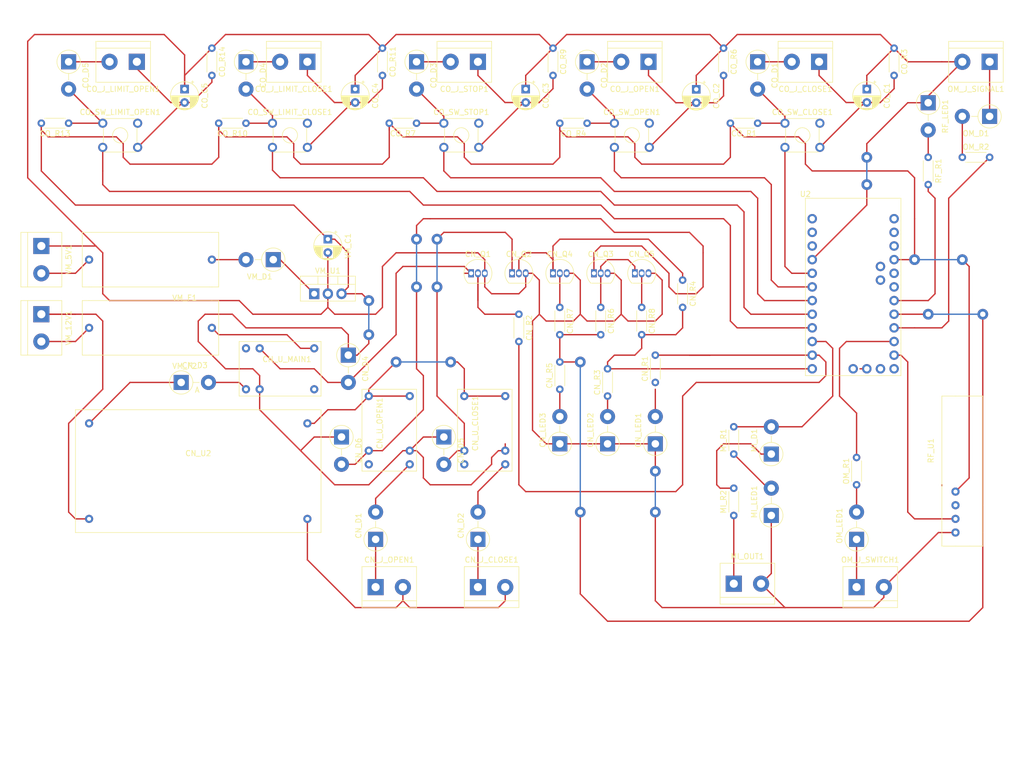
<source format=kicad_pcb>
(kicad_pcb (version 20171130) (host pcbnew 5.1.6-c6e7f7d~87~ubuntu19.10.1)
  (layers (0 F.Cu signal) (31 B.Cu signal) (34 B.Paste user) (35 F.Paste user) (36 B.SilkS user) (37 F.SilkS user) (38 B.Mask user) (39 F.Mask user) (44 Edge.Cuts user))
  (net 0 "")
  (net 1 "Net-(CN_D1-Pad2)")
  (net 2 "Net-(CN_D1-Pad1)")
  (net 3 "Net-(CN_D2-Pad2)")
  (net 4 "Net-(CN_D2-Pad1)")
  (net 5 "Net-(CN_D3-Pad2)")
  (net 6 "Net-(CN_D3-Pad1)")
  (net 7 "Net-(CN_D4-Pad2)")
  (net 8 VCC)
  (net 9 "Net-(CN_D5-Pad2)")
  (net 10 "Net-(CN_D6-Pad2)")
  (net 11 XL6009_OUT_-)
  (net 12 "Net-(CN_LED1-Pad2)")
  (net 13 GND)
  (net 14 "Net-(CN_LED2-Pad2)")
  (net 15 "Net-(CN_LED3-Pad2)")
  (net 16 "Net-(CN_Q1-Pad2)")
  (net 17 "Net-(CN_Q2-Pad2)")
  (net 18 "Net-(CN_Q3-Pad2)")
  (net 19 "Net-(CN_Q4-Pad2)")
  (net 20 "Net-(CN_Q5-Pad2)")
  (net 21 P_D8)
  (net 22 P_D9)
  (net 23 P_A0)
  (net 24 XL6009_OUT_+)
  (net 25 GND2)
  (net 26 VCC2)
  (net 27 "Net-(CO_C1-Pad2)")
  (net 28 "Net-(CO_C2-Pad2)")
  (net 29 "Net-(CO_C3-Pad2)")
  (net 30 "Net-(CO_C4-Pad2)")
  (net 31 "Net-(CO_C5-Pad2)")
  (net 32 "Net-(CO_D1-Pad2)")
  (net 33 "Net-(CO_D1-Pad1)")
  (net 34 "Net-(CO_D2-Pad2)")
  (net 35 "Net-(CO_D2-Pad1)")
  (net 36 "Net-(CO_D3-Pad2)")
  (net 37 "Net-(CO_D3-Pad1)")
  (net 38 "Net-(CO_D4-Pad2)")
  (net 39 "Net-(CO_D4-Pad1)")
  (net 40 "Net-(CO_D5-Pad2)")
  (net 41 "Net-(CO_D5-Pad1)")
  (net 42 P_D7)
  (net 43 "Net-(MI_D1-Pad1)")
  (net 44 "Net-(MI_LED1-Pad2)")
  (net 45 "Net-(MI_OUT1-Pad1)")
  (net 46 "Net-(OM_D1-Pad2)")
  (net 47 "Net-(OM_D1-Pad1)")
  (net 48 "Net-(OM_J_SWITCH1-Pad1)")
  (net 49 "Net-(OM_LED1-Pad2)")
  (net 50 P_D12)
  (net 51 "Net-(OM_R2-Pad2)")
  (net 52 "Net-(RF_LED1-Pad2)")
  (net 53 P_A1)
  (net 54 "Net-(RF_U1-Pad2)")
  (net 55 "Net-(VM_D1-Pad2)")
  (net 56 "Net-(VM_D1-Pad1)")
  (net 57 "Net-(VM_12V1-Pad2)")
  (net 58 "Net-(VM_5V1-Pad2)")
  (module Own_Contractors:RSM954N (layer F.Cu) (at -121.92 74.93 270)
    (fp_text reference CN_U_OPEN1 (at 0 0.5 90) (layer F.SilkS))
    (fp_text value RSM954N)
    (pad 1 thru_hole circle (at -5.08 -5.08 270) (size 1.524 1.524) (drill 0.762) (layers *.Cu *.Mask) (net 24 XL6009_OUT_+))
    (pad 5 thru_hole circle (at 5.08 -5.08 270) (size 1.524 1.524) (drill 0.762) (layers *.Cu *.Mask) (net 8 VCC))
    (pad 4 thru_hole circle (at 7.62 -5.08 270) (size 1.524 1.524) (drill 0.762) (layers *.Cu *.Mask) (net 1 "Net-(CN_D1-Pad2)"))
    (pad 3 thru_hole circle (at 7.62 2.54 270) (size 1.524 1.524) (drill 0.762) (layers *.Cu *.Mask))
    (pad 2 thru_hole circle (at 5.08 2.54 270) (size 1.524 1.524) (drill 0.762) (layers *.Cu *.Mask) (net 10 "Net-(CN_D6-Pad2)"))
    (pad 1 thru_hole circle (at -5.08 2.54 270) (size 1.524 1.524) (drill 0.762) (layers *.Cu *.Mask) (net 24 XL6009_OUT_+))
  )
  (module Diode_THT:D_5W_P5.08mm_Vertical_AnodeUp (layer F.Cu) (at -159.385 67.31)
    (fp_text reference CN_D3 (at 2.54 -3.174899) (layer F.SilkS))
    (fp_text value D)
    (fp_text user A (at 2.98 1.4) (layer F.SilkS))
    (pad 2 thru_hole oval (at 5.08 0) (size 2.8 2.8) (drill 1.4) (layers *.Cu *.Mask) (net 5 "Net-(CN_D3-Pad2)"))
    (pad 1 thru_hole rect (at 0 0) (size 2.8 2.8) (drill 1.4) (layers *.Cu *.Mask) (net 6 "Net-(CN_D3-Pad1)"))
  )
  (module Diode_THT:D_5W_P5.08mm_Vertical_AnodeUp (layer F.Cu) (at -142.24 44.45 180)
    (fp_text reference VM_D1 (at 2.54 -3.174899) (layer F.SilkS))
    (fp_text value 1N4148)
    (pad 2 thru_hole oval (at 5.08 0 180) (size 2.8 2.8) (drill 1.4) (layers *.Cu *.Mask) (net 55 "Net-(VM_D1-Pad2)"))
    (pad 1 thru_hole rect (at 0 0 180) (size 2.8 2.8) (drill 1.4) (layers *.Cu *.Mask) (net 56 "Net-(VM_D1-Pad1)"))
  )
  (module Diode_THT:D_5W_P5.08mm_Vertical_AnodeUp (layer F.Cu) (at -20.32 15.24 270)
    (fp_text reference RF_LED1 (at 2.54 -3.174899 90) (layer F.SilkS))
    (fp_text value LED)
    (pad 2 thru_hole oval (at 5.08 0 270) (size 2.8 2.8) (drill 1.4) (layers *.Cu *.Mask) (net 52 "Net-(RF_LED1-Pad2)"))
    (pad 1 thru_hole rect (at 0 0 270) (size 2.8 2.8) (drill 1.4) (layers *.Cu *.Mask) (net 13 GND))
  )
  (module Diode_THT:D_5W_P5.08mm_Vertical_AnodeUp (layer F.Cu) (at -33.655 96.52 90)
    (fp_text reference OM_LED1 (at 2.54 -3.174899 90) (layer F.SilkS))
    (fp_text value LED)
    (pad 2 thru_hole oval (at 5.08 0 90) (size 2.8 2.8) (drill 1.4) (layers *.Cu *.Mask) (net 49 "Net-(OM_LED1-Pad2)"))
    (pad 1 thru_hole rect (at 0 0 90) (size 2.8 2.8) (drill 1.4) (layers *.Cu *.Mask) (net 48 "Net-(OM_J_SWITCH1-Pad1)"))
  )
  (module Diode_THT:D_5W_P5.08mm_Vertical_AnodeUp (layer F.Cu) (at -8.89 17.78 180)
    (fp_text reference OM_D1 (at 2.54 -3.174899) (layer F.SilkS))
    (fp_text value DIODE)
    (pad 2 thru_hole oval (at 5.08 0 180) (size 2.8 2.8) (drill 1.4) (layers *.Cu *.Mask) (net 46 "Net-(OM_D1-Pad2)"))
    (pad 1 thru_hole rect (at 0 0 180) (size 2.8 2.8) (drill 1.4) (layers *.Cu *.Mask) (net 47 "Net-(OM_D1-Pad1)"))
  )
  (module Diode_THT:D_5W_P5.08mm_Vertical_AnodeUp (layer F.Cu) (at -49.53 92.075 90)
    (fp_text reference MI_LED1 (at 2.54 -3.174899 90) (layer F.SilkS))
    (fp_text value LED)
    (pad 2 thru_hole oval (at 5.08 0 90) (size 2.8 2.8) (drill 1.4) (layers *.Cu *.Mask) (net 44 "Net-(MI_LED1-Pad2)"))
    (pad 1 thru_hole rect (at 0 0 90) (size 2.8 2.8) (drill 1.4) (layers *.Cu *.Mask) (net 13 GND))
  )
  (module Diode_THT:D_5W_P5.08mm_Vertical_AnodeUp (layer F.Cu) (at -49.53 80.645 90)
    (fp_text reference MI_D1 (at 2.54 -3.174899 90) (layer F.SilkS))
    (fp_text value D)
    (pad 2 thru_hole oval (at 5.08 0 90) (size 2.8 2.8) (drill 1.4) (layers *.Cu *.Mask) (net 42 P_D7))
    (pad 1 thru_hole rect (at 0 0 90) (size 2.8 2.8) (drill 1.4) (layers *.Cu *.Mask) (net 43 "Net-(MI_D1-Pad1)"))
  )
  (module Diode_THT:D_5W_P5.08mm_Vertical_AnodeUp (layer F.Cu) (at -180.34 7.62 270)
    (fp_text reference CO_D5 (at 2.54 -3.174899 90) (layer F.SilkS))
    (fp_text value D)
    (pad 2 thru_hole oval (at 5.08 0 270) (size 2.8 2.8) (drill 1.4) (layers *.Cu *.Mask) (net 40 "Net-(CO_D5-Pad2)"))
    (pad 1 thru_hole rect (at 0 0 270) (size 2.8 2.8) (drill 1.4) (layers *.Cu *.Mask) (net 41 "Net-(CO_D5-Pad1)"))
  )
  (module Diode_THT:D_5W_P5.08mm_Vertical_AnodeUp (layer F.Cu) (at -147.32 7.62 270)
    (fp_text reference CO_D4 (at 2.54 -3.174899 90) (layer F.SilkS))
    (fp_text value D)
    (pad 2 thru_hole oval (at 5.08 0 270) (size 2.8 2.8) (drill 1.4) (layers *.Cu *.Mask) (net 38 "Net-(CO_D4-Pad2)"))
    (pad 1 thru_hole rect (at 0 0 270) (size 2.8 2.8) (drill 1.4) (layers *.Cu *.Mask) (net 39 "Net-(CO_D4-Pad1)"))
  )
  (module Diode_THT:D_5W_P5.08mm_Vertical_AnodeUp (layer F.Cu) (at -115.57 7.62 270)
    (fp_text reference CO_D3 (at 2.54 -3.174899 90) (layer F.SilkS))
    (fp_text value D)
    (pad 2 thru_hole oval (at 5.08 0 270) (size 2.8 2.8) (drill 1.4) (layers *.Cu *.Mask) (net 36 "Net-(CO_D3-Pad2)"))
    (pad 1 thru_hole rect (at 0 0 270) (size 2.8 2.8) (drill 1.4) (layers *.Cu *.Mask) (net 37 "Net-(CO_D3-Pad1)"))
  )
  (module Diode_THT:D_5W_P5.08mm_Vertical_AnodeUp (layer F.Cu) (at -83.82 7.62 270)
    (fp_text reference CO_D2 (at 2.54 -3.174899 90) (layer F.SilkS))
    (fp_text value D)
    (pad 2 thru_hole oval (at 5.08 0 270) (size 2.8 2.8) (drill 1.4) (layers *.Cu *.Mask) (net 34 "Net-(CO_D2-Pad2)"))
    (pad 1 thru_hole rect (at 0 0 270) (size 2.8 2.8) (drill 1.4) (layers *.Cu *.Mask) (net 35 "Net-(CO_D2-Pad1)"))
  )
  (module Diode_THT:D_5W_P5.08mm_Vertical_AnodeUp (layer F.Cu) (at -52.07 7.62 270)
    (fp_text reference CO_D1 (at 2.54 -3.174899 90) (layer F.SilkS))
    (fp_text value D)
    (pad 2 thru_hole oval (at 5.08 0 270) (size 2.8 2.8) (drill 1.4) (layers *.Cu *.Mask) (net 32 "Net-(CO_D1-Pad2)"))
    (pad 1 thru_hole rect (at 0 0 270) (size 2.8 2.8) (drill 1.4) (layers *.Cu *.Mask) (net 33 "Net-(CO_D1-Pad1)"))
  )
  (module Diode_THT:D_5W_P5.08mm_Vertical_AnodeUp (layer F.Cu) (at -88.9 78.74 90)
    (fp_text reference CN_LED3 (at 2.54 -3.174899 90) (layer F.SilkS))
    (fp_text value LED)
    (pad 2 thru_hole oval (at 5.08 0 90) (size 2.8 2.8) (drill 1.4) (layers *.Cu *.Mask) (net 15 "Net-(CN_LED3-Pad2)"))
    (pad 1 thru_hole rect (at 0 0 90) (size 2.8 2.8) (drill 1.4) (layers *.Cu *.Mask) (net 13 GND))
  )
  (module Diode_THT:D_5W_P5.08mm_Vertical_AnodeUp (layer F.Cu) (at -80.01 78.74 90)
    (fp_text reference CN_LED2 (at 2.54 -3.174899 90) (layer F.SilkS))
    (fp_text value LED)
    (pad 2 thru_hole oval (at 5.08 0 90) (size 2.8 2.8) (drill 1.4) (layers *.Cu *.Mask) (net 14 "Net-(CN_LED2-Pad2)"))
    (pad 1 thru_hole rect (at 0 0 90) (size 2.8 2.8) (drill 1.4) (layers *.Cu *.Mask) (net 13 GND))
  )
  (module Diode_THT:D_5W_P5.08mm_Vertical_AnodeUp (layer F.Cu) (at -71.12 78.74 90)
    (fp_text reference CN_LED1 (at 2.54 -3.174899 90) (layer F.SilkS))
    (fp_text value LED)
    (pad 2 thru_hole oval (at 5.08 0 90) (size 2.8 2.8) (drill 1.4) (layers *.Cu *.Mask) (net 12 "Net-(CN_LED1-Pad2)"))
    (pad 1 thru_hole rect (at 0 0 90) (size 2.8 2.8) (drill 1.4) (layers *.Cu *.Mask) (net 13 GND))
  )
  (module Diode_THT:D_5W_P5.08mm_Vertical_AnodeUp (layer F.Cu) (at -129.54 77.47 270)
    (fp_text reference CN_D6 (at 2.54 -3.174899 90) (layer F.SilkS))
    (fp_text value D)
    (pad 2 thru_hole oval (at 5.08 0 270) (size 2.8 2.8) (drill 1.4) (layers *.Cu *.Mask) (net 10 "Net-(CN_D6-Pad2)"))
    (pad 1 thru_hole rect (at 0 0 270) (size 2.8 2.8) (drill 1.4) (layers *.Cu *.Mask) (net 8 VCC))
  )
  (module Diode_THT:D_5W_P5.08mm_Vertical_AnodeUp (layer F.Cu) (at -110.49 77.47 270)
    (fp_text reference CN_D5 (at 2.54 -3.174899 90) (layer F.SilkS))
    (fp_text value D)
    (pad 2 thru_hole oval (at 5.08 0 270) (size 2.8 2.8) (drill 1.4) (layers *.Cu *.Mask) (net 9 "Net-(CN_D5-Pad2)"))
    (pad 1 thru_hole rect (at 0 0 270) (size 2.8 2.8) (drill 1.4) (layers *.Cu *.Mask) (net 8 VCC))
  )
  (module Diode_THT:D_5W_P5.08mm_Vertical_AnodeUp (layer F.Cu) (at -128.27 62.23 270)
    (fp_text reference CN_D4 (at 2.54 -3.174899 90) (layer F.SilkS))
    (fp_text value D)
    (pad 2 thru_hole oval (at 5.08 0 270) (size 2.8 2.8) (drill 1.4) (layers *.Cu *.Mask) (net 7 "Net-(CN_D4-Pad2)"))
    (pad 1 thru_hole rect (at 0 0 270) (size 2.8 2.8) (drill 1.4) (layers *.Cu *.Mask) (net 8 VCC))
  )
  (module Diode_THT:D_5W_P5.08mm_Vertical_AnodeUp (layer F.Cu) (at -104.14 96.52 90)
    (fp_text reference CN_D2 (at 2.54 -3.174899 90) (layer F.SilkS))
    (fp_text value D)
    (pad 2 thru_hole oval (at 5.08 0 90) (size 2.8 2.8) (drill 1.4) (layers *.Cu *.Mask) (net 3 "Net-(CN_D2-Pad2)"))
    (pad 1 thru_hole rect (at 0 0 90) (size 2.8 2.8) (drill 1.4) (layers *.Cu *.Mask) (net 4 "Net-(CN_D2-Pad1)"))
  )
  (module Diode_THT:D_5W_P5.08mm_Vertical_AnodeUp (layer F.Cu) (at -123.19 96.52 90)
    (fp_text reference CN_D1 (at 2.54 -3.174899 90) (layer F.SilkS))
    (fp_text value D)
    (pad 2 thru_hole oval (at 5.08 0 90) (size 2.8 2.8) (drill 1.4) (layers *.Cu *.Mask) (net 1 "Net-(CN_D1-Pad2)"))
    (pad 1 thru_hole rect (at 0 0 90) (size 2.8 2.8) (drill 1.4) (layers *.Cu *.Mask) (net 2 "Net-(CN_D1-Pad1)"))
  )
  (module Own_Contractors:RSM954N (layer F.Cu) (at -104.14 74.93 270)
    (fp_text reference CN_U_CLOSE1 (at 0 0.5 90) (layer F.SilkS))
    (fp_text value RSM954N)
    (pad 1 thru_hole circle (at -5.08 -5.08 270) (size 1.524 1.524) (drill 0.762) (layers *.Cu *.Mask) (net 24 XL6009_OUT_+))
    (pad 5 thru_hole circle (at 5.08 -5.08 270) (size 1.524 1.524) (drill 0.762) (layers *.Cu *.Mask) (net 8 VCC))
    (pad 4 thru_hole circle (at 7.62 -5.08 270) (size 1.524 1.524) (drill 0.762) (layers *.Cu *.Mask) (net 3 "Net-(CN_D2-Pad2)"))
    (pad 3 thru_hole circle (at 7.62 2.54 270) (size 1.524 1.524) (drill 0.762) (layers *.Cu *.Mask))
    (pad 2 thru_hole circle (at 5.08 2.54 270) (size 1.524 1.524) (drill 0.762) (layers *.Cu *.Mask) (net 9 "Net-(CN_D5-Pad2)"))
    (pad 1 thru_hole circle (at -5.08 2.54 270) (size 1.524 1.524) (drill 0.762) (layers *.Cu *.Mask) (net 24 XL6009_OUT_+))
  )
  (module Own_Modules:XL6009 (layer F.Cu) (at -156.21 85.09)
    (fp_text reference CN_U2 (at 0 -4.58) (layer F.SilkS))
    (fp_text value XL6009)
    (pad 4 thru_hole circle (at 20.32 -10.16) (size 1.524 1.524) (drill 0.762) (layers *.Cu *.Mask) (net 24 XL6009_OUT_+))
    (pad 3 thru_hole circle (at 20.32 7.62) (size 1.524 1.524) (drill 0.762) (layers *.Cu *.Mask) (net 11 XL6009_OUT_-))
    (pad 2 thru_hole circle (at -20.32 7.62) (size 1.524 1.524) (drill 0.762) (layers *.Cu *.Mask) (net 25 GND2))
    (pad 1 thru_hole circle (at -20.32 -10.16) (size 1.524 1.524) (drill 0.762) (layers *.Cu *.Mask) (net 6 "Net-(CN_D3-Pad1)"))
  )
  (module TerminalBlock:TerminalBlock_bornier-2_P5.08mm (layer F.Cu) (at -185.42 54.61 270)
    (fp_text reference VM_12V1 (at 2.54 -5.08 90) (layer F.SilkS))
    (fp_text value Screw_Terminal_01x02)
    (pad 2 thru_hole circle (at 5.08 0 270) (size 3 3) (drill 1.52) (layers *.Cu *.Mask) (net 57 "Net-(VM_12V1-Pad2)"))
    (pad 1 thru_hole rect (at 0 0 270) (size 3 3) (drill 1.52) (layers *.Cu *.Mask) (net 25 GND2))
  )
  (module TerminalBlock:TerminalBlock_bornier-2_P5.08mm (layer F.Cu) (at -185.42 41.91 270)
    (fp_text reference VM_5V1 (at 2.54 -5.08 90) (layer F.SilkS))
    (fp_text value Screw_Terminal_01x02)
    (pad 2 thru_hole circle (at 5.08 0 270) (size 3 3) (drill 1.52) (layers *.Cu *.Mask) (net 58 "Net-(VM_5V1-Pad2)"))
    (pad 1 thru_hole rect (at 0 0 270) (size 3 3) (drill 1.52) (layers *.Cu *.Mask) (net 13 GND))
  )
  (module TerminalBlock:TerminalBlock_bornier-2_P5.08mm (layer F.Cu) (at -40.64 7.62 180)
    (fp_text reference CO_J_CLOSE1 (at 2.54 -5.08) (layer F.SilkS))
    (fp_text value Screw_Terminal_01x02)
    (pad 2 thru_hole circle (at 5.08 0 180) (size 3 3) (drill 1.52) (layers *.Cu *.Mask) (net 33 "Net-(CO_D1-Pad1)"))
    (pad 1 thru_hole rect (at 0 0 180) (size 3 3) (drill 1.52) (layers *.Cu *.Mask) (net 27 "Net-(CO_C1-Pad2)"))
  )
  (module Package_TO_SOT_THT:TO-220-3_Vertical (layer F.Cu) (at -134.62 50.8)
    (fp_text reference VM_U1 (at 2.54 -4.27) (layer F.SilkS))
    (fp_text value L7805)
    (pad 3 thru_hole oval (at 5.08 0) (size 1.905 2) (drill 1.1) (layers *.Cu *.Mask) (net 8 VCC))
    (pad 2 thru_hole oval (at 2.54 0) (size 1.905 2) (drill 1.1) (layers *.Cu *.Mask) (net 13 GND))
    (pad 1 thru_hole rect (at 0 0) (size 1.905 2) (drill 1.1) (layers *.Cu *.Mask) (net 56 "Net-(VM_D1-Pad1)"))
  )
  (module Own_Other:Fuse_5X20 (layer F.Cu) (at -158.75 59.69 180)
    (fp_text reference VM_F2 (at 0 -4.58) (layer F.SilkS))
    (fp_text value 1.5A)
    (pad 2 thru_hole circle (at 17.78 2.54 180) (size 1.524 1.524) (drill 0.762) (layers *.Cu *.Mask) (net 57 "Net-(VM_12V1-Pad2)"))
    (pad 1 thru_hole circle (at -5.08 2.54 180) (size 1.524 1.524) (drill 0.762) (layers *.Cu *.Mask) (net 26 VCC2))
  )
  (module Own_Other:Fuse_5X20 (layer F.Cu) (at -158.75 46.99 180)
    (fp_text reference VM_F1 (at 0 -4.58) (layer F.SilkS))
    (fp_text value 1A)
    (pad 2 thru_hole circle (at 17.78 2.54 180) (size 1.524 1.524) (drill 0.762) (layers *.Cu *.Mask) (net 58 "Net-(VM_5V1-Pad2)"))
    (pad 1 thru_hole circle (at -5.08 2.54 180) (size 1.524 1.524) (drill 0.762) (layers *.Cu *.Mask) (net 55 "Net-(VM_D1-Pad2)"))
  )
  (module Capacitor_THT:CP_Radial_D5.0mm_P2.50mm (layer F.Cu) (at -132.08 40.64 270)
    (fp_text reference VM_C1 (at 1.25 -3.75 90) (layer F.SilkS))
    (fp_text value 47uF)
    (pad 2 thru_hole circle (at 2.5 0 270) (size 1.6 1.6) (drill 0.8) (layers *.Cu *.Mask) (net 13 GND))
    (pad 1 thru_hole rect (at 0 0 270) (size 1.6 1.6) (drill 0.8) (layers *.Cu *.Mask) (net 8 VCC))
  )
  (module Own_Modules:Arduino_Pro_Mini (layer F.Cu) (at -43.18 31.75)
    (fp_text reference U2 (at 0 0.5) (layer F.SilkS))
    (fp_text value Promini)
    (pad 16 thru_hole circle (at 16.51 33.02) (size 1.762 1.762) (drill 1) (layers *.Cu *.Mask))
    (pad 17 thru_hole circle (at 16.51 30.48) (size 1.762 1.762) (drill 1) (layers *.Cu *.Mask) (net 54 "Net-(RF_U1-Pad2)"))
    (pad 18 thru_hole circle (at 16.51 27.94) (size 1.762 1.762) (drill 1) (layers *.Cu *.Mask) (net 50 P_D12))
    (pad 19 thru_hole circle (at 16.51 25.4) (size 1.762 1.762) (drill 1) (layers *.Cu *.Mask) (net 51 "Net-(OM_R2-Pad2)"))
    (pad 20 thru_hole circle (at 16.51 22.86) (size 1.762 1.762) (drill 1) (layers *.Cu *.Mask) (net 23 P_A0))
    (pad 21 thru_hole circle (at 16.51 20.32) (size 1.762 1.762) (drill 1) (layers *.Cu *.Mask) (net 53 P_A1))
    (pad 22 thru_hole circle (at 16.51 17.78) (size 1.762 1.762) (drill 1) (layers *.Cu *.Mask))
    (pad 23 thru_hole circle (at 16.51 15.24) (size 1.762 1.762) (drill 1) (layers *.Cu *.Mask))
    (pad 24 thru_hole circle (at 16.51 12.7) (size 1.762 1.762) (drill 1) (layers *.Cu *.Mask) (net 8 VCC))
    (pad 25 thru_hole circle (at 16.51 10.16) (size 1.762 1.762) (drill 1) (layers *.Cu *.Mask))
    (pad 26 thru_hole circle (at 16.51 7.62) (size 1.762 1.762) (drill 1) (layers *.Cu *.Mask))
    (pad 27 thru_hole circle (at 16.51 5.08) (size 1.762 1.762) (drill 1) (layers *.Cu *.Mask))
    (pad 15 thru_hole circle (at 13.97 33.02) (size 1.762 1.762) (drill 1) (layers *.Cu *.Mask))
    (pad 14 thru_hole circle (at 11.43 33.02) (size 1.762 1.762) (drill 1) (layers *.Cu *.Mask))
    (pad 13 thru_hole circle (at 8.89 33.02) (size 1.762 1.762) (drill 1) (layers *.Cu *.Mask))
    (pad 12 thru_hole circle (at 1.27 33.02) (size 1.762 1.762) (drill 1) (layers *.Cu *.Mask) (net 22 P_D9))
    (pad 11 thru_hole circle (at 1.27 30.48) (size 1.762 1.762) (drill 1) (layers *.Cu *.Mask) (net 21 P_D8))
    (pad 10 thru_hole circle (at 1.27 27.94) (size 1.762 1.762) (drill 1) (layers *.Cu *.Mask) (net 42 P_D7))
    (pad 9 thru_hole circle (at 1.27 25.4) (size 1.762 1.762) (drill 1) (layers *.Cu *.Mask) (net 31 "Net-(CO_C5-Pad2)"))
    (pad 8 thru_hole circle (at 1.27 22.86) (size 1.762 1.762) (drill 1) (layers *.Cu *.Mask) (net 30 "Net-(CO_C4-Pad2)"))
    (pad 7 thru_hole circle (at 1.27 20.32) (size 1.762 1.762) (drill 1) (layers *.Cu *.Mask) (net 29 "Net-(CO_C3-Pad2)"))
    (pad 6 thru_hole circle (at 1.27 17.78) (size 1.762 1.762) (drill 1) (layers *.Cu *.Mask) (net 28 "Net-(CO_C2-Pad2)"))
    (pad 5 thru_hole circle (at 1.27 15.24) (size 1.762 1.762) (drill 1) (layers *.Cu *.Mask) (net 27 "Net-(CO_C1-Pad2)"))
    (pad 4 thru_hole circle (at 1.27 12.7) (size 1.762 1.762) (drill 1) (layers *.Cu *.Mask) (net 13 GND))
    (pad 3 thru_hole circle (at 1.27 10.16) (size 1.762 1.762) (drill 1) (layers *.Cu *.Mask))
    (pad 2 thru_hole circle (at 1.27 7.62) (size 1.762 1.762) (drill 1) (layers *.Cu *.Mask))
    (pad 1 thru_hole circle (at 1.27 5.08) (size 1.762 1.762) (drill 1) (layers *.Cu *.Mask))
    (pad 28 thru_hole circle (at 13.97 16.51) (size 1.762 1.762) (drill 1) (layers *.Cu *.Mask))
    (pad 29 thru_hole circle (at 13.97 13.97) (size 1.762 1.762) (drill 1) (layers *.Cu *.Mask))
  )
  (module Own_Modules:RF_RX_433MHz (layer F.Cu) (at -20.32 80.01 90)
    (fp_text reference RF_U1 (at 0 0.5 90) (layer F.SilkS))
    (fp_text value RF_RX_433MHz)
    (pad 4 thru_hole circle (at -7.62 5.08 90) (size 1.524 1.524) (drill 0.762) (layers *.Cu *.Mask) (net 8 VCC))
    (pad 3 thru_hole circle (at -10.16 5.08 90) (size 1.524 1.524) (drill 0.762) (layers *.Cu *.Mask))
    (pad 2 thru_hole circle (at -12.7 5.08 90) (size 1.524 1.524) (drill 0.762) (layers *.Cu *.Mask) (net 54 "Net-(RF_U1-Pad2)"))
    (pad 1 thru_hole circle (at -15.24 5.08 90) (size 1.524 1.524) (drill 0.762) (layers *.Cu *.Mask) (net 13 GND))
  )
  (module Resistor_THT:R_Axial_DIN0204_L3.6mm_D1.6mm_P5.08mm_Horizontal (layer F.Cu) (at -20.32 25.4 270)
    (fp_text reference RF_R1 (at 2.54 -1.92 90) (layer F.SilkS))
    (fp_text value 330)
    (pad 2 thru_hole oval (at 5.08 0 270) (size 1.4 1.4) (drill 0.7) (layers *.Cu *.Mask) (net 53 P_A1))
    (pad 1 thru_hole circle (at 0 0 270) (size 1.4 1.4) (drill 0.7) (layers *.Cu *.Mask) (net 52 "Net-(RF_LED1-Pad2)"))
  )
  (module Resistor_THT:R_Axial_DIN0204_L3.6mm_D1.6mm_P5.08mm_Horizontal (layer F.Cu) (at -13.97 25.4)
    (fp_text reference OM_R2 (at 2.54 -1.92) (layer F.SilkS))
    (fp_text value 330)
    (pad 2 thru_hole oval (at 5.08 0) (size 1.4 1.4) (drill 0.7) (layers *.Cu *.Mask) (net 51 "Net-(OM_R2-Pad2)"))
    (pad 1 thru_hole circle (at 0 0) (size 1.4 1.4) (drill 0.7) (layers *.Cu *.Mask) (net 46 "Net-(OM_D1-Pad2)"))
  )
  (module Resistor_THT:R_Axial_DIN0204_L3.6mm_D1.6mm_P5.08mm_Horizontal (layer F.Cu) (at -33.655 86.36 90)
    (fp_text reference OM_R1 (at 2.54 -1.92 90) (layer F.SilkS))
    (fp_text value 330)
    (pad 2 thru_hole oval (at 5.08 0 90) (size 1.4 1.4) (drill 0.7) (layers *.Cu *.Mask) (net 50 P_D12))
    (pad 1 thru_hole circle (at 0 0 90) (size 1.4 1.4) (drill 0.7) (layers *.Cu *.Mask) (net 49 "Net-(OM_LED1-Pad2)"))
  )
  (module TerminalBlock:TerminalBlock_bornier-2_P5.08mm (layer F.Cu) (at -33.655 105.41)
    (fp_text reference OM_J_SWITCH1 (at 2.54 -5.08) (layer F.SilkS))
    (fp_text value Screw_Terminal_01x02)
    (pad 2 thru_hole circle (at 5.08 0) (size 3 3) (drill 1.52) (layers *.Cu *.Mask) (net 13 GND))
    (pad 1 thru_hole rect (at 0 0) (size 3 3) (drill 1.52) (layers *.Cu *.Mask) (net 48 "Net-(OM_J_SWITCH1-Pad1)"))
  )
  (module TerminalBlock:TerminalBlock_bornier-2_P5.08mm (layer F.Cu) (at -8.89 7.62 180)
    (fp_text reference OM_J_SIGNAL1 (at 2.54 -5.08) (layer F.SilkS))
    (fp_text value Screw_Terminal_01x02)
    (pad 2 thru_hole circle (at 5.08 0 180) (size 3 3) (drill 1.52) (layers *.Cu *.Mask) (net 13 GND))
    (pad 1 thru_hole rect (at 0 0 180) (size 3 3) (drill 1.52) (layers *.Cu *.Mask) (net 47 "Net-(OM_D1-Pad1)"))
  )
  (module Resistor_THT:R_Axial_DIN0204_L3.6mm_D1.6mm_P5.08mm_Horizontal (layer F.Cu) (at -56.515 92.075 90)
    (fp_text reference MI_R2 (at 2.54 -1.92 90) (layer F.SilkS))
    (fp_text value 330)
    (pad 2 thru_hole oval (at 5.08 0 90) (size 1.4 1.4) (drill 0.7) (layers *.Cu *.Mask) (net 43 "Net-(MI_D1-Pad1)"))
    (pad 1 thru_hole circle (at 0 0 90) (size 1.4 1.4) (drill 0.7) (layers *.Cu *.Mask) (net 45 "Net-(MI_OUT1-Pad1)"))
  )
  (module Resistor_THT:R_Axial_DIN0204_L3.6mm_D1.6mm_P5.08mm_Horizontal (layer F.Cu) (at -56.515 80.645 90)
    (fp_text reference MI_R1 (at 2.54 -1.92 90) (layer F.SilkS))
    (fp_text value 330)
    (pad 2 thru_hole oval (at 5.08 0 90) (size 1.4 1.4) (drill 0.7) (layers *.Cu *.Mask) (net 42 P_D7))
    (pad 1 thru_hole circle (at 0 0 90) (size 1.4 1.4) (drill 0.7) (layers *.Cu *.Mask) (net 44 "Net-(MI_LED1-Pad2)"))
  )
  (module TerminalBlock:TerminalBlock_bornier-2_P5.08mm (layer F.Cu) (at -56.515 104.775)
    (fp_text reference MI_OUT1 (at 2.54 -5.08) (layer F.SilkS))
    (fp_text value Screw_Terminal_01x02)
    (pad 2 thru_hole circle (at 5.08 0) (size 3 3) (drill 1.52) (layers *.Cu *.Mask) (net 13 GND))
    (pad 1 thru_hole rect (at 0 0) (size 3 3) (drill 1.52) (layers *.Cu *.Mask) (net 45 "Net-(MI_OUT1-Pad1)"))
  )
  (module Button_Switch_THT:SW_TH_Tactile_Omron_B3F-10xx (layer F.Cu) (at -110.49 19.05)
    (fp_text reference CO_SW_STOP1 (at 3.25 -2.05) (layer F.SilkS))
    (fp_text value SW_MEC_5G)
    (pad 1 thru_hole circle (at 0 0) (size 1.7 1.7) (drill 1) (layers *.Cu *.Mask) (net 36 "Net-(CO_D3-Pad2)"))
    (pad 2 thru_hole circle (at 6.5 0) (size 1.7 1.7) (drill 1) (layers *.Cu *.Mask) (net 36 "Net-(CO_D3-Pad2)"))
    (pad 3 thru_hole circle (at 0 4.5) (size 1.7 1.7) (drill 1) (layers *.Cu *.Mask) (net 29 "Net-(CO_C3-Pad2)"))
    (pad 4 thru_hole circle (at 6.5 4.5) (size 1.7 1.7) (drill 1) (layers *.Cu *.Mask) (net 29 "Net-(CO_C3-Pad2)"))
  )
  (module Button_Switch_THT:SW_TH_Tactile_Omron_B3F-10xx (layer F.Cu) (at -78.74 19.05)
    (fp_text reference CO_SW_OPEN1 (at 3.25 -2.05) (layer F.SilkS))
    (fp_text value SW_MEC_5G)
    (pad 1 thru_hole circle (at 0 0) (size 1.7 1.7) (drill 1) (layers *.Cu *.Mask) (net 34 "Net-(CO_D2-Pad2)"))
    (pad 2 thru_hole circle (at 6.5 0) (size 1.7 1.7) (drill 1) (layers *.Cu *.Mask) (net 34 "Net-(CO_D2-Pad2)"))
    (pad 3 thru_hole circle (at 0 4.5) (size 1.7 1.7) (drill 1) (layers *.Cu *.Mask) (net 28 "Net-(CO_C2-Pad2)"))
    (pad 4 thru_hole circle (at 6.5 4.5) (size 1.7 1.7) (drill 1) (layers *.Cu *.Mask) (net 28 "Net-(CO_C2-Pad2)"))
  )
  (module Button_Switch_THT:SW_TH_Tactile_Omron_B3F-10xx (layer F.Cu) (at -173.99 19.05)
    (fp_text reference CO_SW_LIMIT_OPEN1 (at 3.25 -2.05) (layer F.SilkS))
    (fp_text value SW_MEC_5G)
    (pad 1 thru_hole circle (at 0 0) (size 1.7 1.7) (drill 1) (layers *.Cu *.Mask) (net 40 "Net-(CO_D5-Pad2)"))
    (pad 2 thru_hole circle (at 6.5 0) (size 1.7 1.7) (drill 1) (layers *.Cu *.Mask) (net 40 "Net-(CO_D5-Pad2)"))
    (pad 3 thru_hole circle (at 0 4.5) (size 1.7 1.7) (drill 1) (layers *.Cu *.Mask) (net 31 "Net-(CO_C5-Pad2)"))
    (pad 4 thru_hole circle (at 6.5 4.5) (size 1.7 1.7) (drill 1) (layers *.Cu *.Mask) (net 31 "Net-(CO_C5-Pad2)"))
  )
  (module Button_Switch_THT:SW_TH_Tactile_Omron_B3F-10xx (layer F.Cu) (at -142.39 19.05)
    (fp_text reference CO_SW_LIMIT_CLOSE1 (at 3.25 -2.05) (layer F.SilkS))
    (fp_text value SW_MEC_5G)
    (pad 1 thru_hole circle (at 0 0) (size 1.7 1.7) (drill 1) (layers *.Cu *.Mask) (net 38 "Net-(CO_D4-Pad2)"))
    (pad 2 thru_hole circle (at 6.5 0) (size 1.7 1.7) (drill 1) (layers *.Cu *.Mask) (net 38 "Net-(CO_D4-Pad2)"))
    (pad 3 thru_hole circle (at 0 4.5) (size 1.7 1.7) (drill 1) (layers *.Cu *.Mask) (net 30 "Net-(CO_C4-Pad2)"))
    (pad 4 thru_hole circle (at 6.5 4.5) (size 1.7 1.7) (drill 1) (layers *.Cu *.Mask) (net 30 "Net-(CO_C4-Pad2)"))
  )
  (module Button_Switch_THT:SW_TH_Tactile_Omron_B3F-10xx (layer F.Cu) (at -46.99 19.05)
    (fp_text reference CO_SW_CLOSE1 (at 3.25 -2.05) (layer F.SilkS))
    (fp_text value SW_MEC_5G)
    (pad 1 thru_hole circle (at 0 0) (size 1.7 1.7) (drill 1) (layers *.Cu *.Mask) (net 32 "Net-(CO_D1-Pad2)"))
    (pad 2 thru_hole circle (at 6.5 0) (size 1.7 1.7) (drill 1) (layers *.Cu *.Mask) (net 32 "Net-(CO_D1-Pad2)"))
    (pad 3 thru_hole circle (at 0 4.5) (size 1.7 1.7) (drill 1) (layers *.Cu *.Mask) (net 27 "Net-(CO_C1-Pad2)"))
    (pad 4 thru_hole circle (at 6.5 4.5) (size 1.7 1.7) (drill 1) (layers *.Cu *.Mask) (net 27 "Net-(CO_C1-Pad2)"))
  )
  (module Resistor_THT:R_Axial_DIN0204_L3.6mm_D1.6mm_P5.08mm_Horizontal (layer F.Cu) (at -153.67 5.08 270)
    (fp_text reference CO_R14 (at 2.54 -1.92 90) (layer F.SilkS))
    (fp_text value 10k)
    (pad 2 thru_hole oval (at 5.08 0 270) (size 1.4 1.4) (drill 0.7) (layers *.Cu *.Mask) (net 31 "Net-(CO_C5-Pad2)"))
    (pad 1 thru_hole circle (at 0 0 270) (size 1.4 1.4) (drill 0.7) (layers *.Cu *.Mask) (net 13 GND))
  )
  (module Resistor_THT:R_Axial_DIN0204_L3.6mm_D1.6mm_P5.08mm_Horizontal (layer F.Cu) (at -180.34 19.05 180)
    (fp_text reference CO_R13 (at 2.54 -1.92) (layer F.SilkS))
    (fp_text value 330)
    (pad 2 thru_hole oval (at 5.08 0 180) (size 1.4 1.4) (drill 0.7) (layers *.Cu *.Mask) (net 8 VCC))
    (pad 1 thru_hole circle (at 0 0 180) (size 1.4 1.4) (drill 0.7) (layers *.Cu *.Mask) (net 40 "Net-(CO_D5-Pad2)"))
  )
  (module Resistor_THT:R_Axial_DIN0204_L3.6mm_D1.6mm_P5.08mm_Horizontal (layer F.Cu) (at -121.92 5.08 270)
    (fp_text reference CO_R11 (at 2.54 -1.92 90) (layer F.SilkS))
    (fp_text value 10k)
    (pad 2 thru_hole oval (at 5.08 0 270) (size 1.4 1.4) (drill 0.7) (layers *.Cu *.Mask) (net 30 "Net-(CO_C4-Pad2)"))
    (pad 1 thru_hole circle (at 0 0 270) (size 1.4 1.4) (drill 0.7) (layers *.Cu *.Mask) (net 13 GND))
  )
  (module Resistor_THT:R_Axial_DIN0204_L3.6mm_D1.6mm_P5.08mm_Horizontal (layer F.Cu) (at -147.32 19.05 180)
    (fp_text reference CO_R10 (at 2.54 -1.92) (layer F.SilkS))
    (fp_text value 330)
    (pad 2 thru_hole oval (at 5.08 0 180) (size 1.4 1.4) (drill 0.7) (layers *.Cu *.Mask) (net 8 VCC))
    (pad 1 thru_hole circle (at 0 0 180) (size 1.4 1.4) (drill 0.7) (layers *.Cu *.Mask) (net 38 "Net-(CO_D4-Pad2)"))
  )
  (module Resistor_THT:R_Axial_DIN0204_L3.6mm_D1.6mm_P5.08mm_Horizontal (layer F.Cu) (at -90.17 5.08 270)
    (fp_text reference CO_R9 (at 2.54 -1.92 90) (layer F.SilkS))
    (fp_text value 10k)
    (pad 2 thru_hole oval (at 5.08 0 270) (size 1.4 1.4) (drill 0.7) (layers *.Cu *.Mask) (net 29 "Net-(CO_C3-Pad2)"))
    (pad 1 thru_hole circle (at 0 0 270) (size 1.4 1.4) (drill 0.7) (layers *.Cu *.Mask) (net 13 GND))
  )
  (module Resistor_THT:R_Axial_DIN0204_L3.6mm_D1.6mm_P5.08mm_Horizontal (layer F.Cu) (at -115.57 19.05 180)
    (fp_text reference CO_R7 (at 2.54 -1.92) (layer F.SilkS))
    (fp_text value 330)
    (pad 2 thru_hole oval (at 5.08 0 180) (size 1.4 1.4) (drill 0.7) (layers *.Cu *.Mask) (net 8 VCC))
    (pad 1 thru_hole circle (at 0 0 180) (size 1.4 1.4) (drill 0.7) (layers *.Cu *.Mask) (net 36 "Net-(CO_D3-Pad2)"))
  )
  (module Resistor_THT:R_Axial_DIN0204_L3.6mm_D1.6mm_P5.08mm_Horizontal (layer F.Cu) (at -58.42 5.08 270)
    (fp_text reference CO_R6 (at 2.54 -1.92 90) (layer F.SilkS))
    (fp_text value 10k)
    (pad 2 thru_hole oval (at 5.08 0 270) (size 1.4 1.4) (drill 0.7) (layers *.Cu *.Mask) (net 28 "Net-(CO_C2-Pad2)"))
    (pad 1 thru_hole circle (at 0 0 270) (size 1.4 1.4) (drill 0.7) (layers *.Cu *.Mask) (net 13 GND))
  )
  (module Resistor_THT:R_Axial_DIN0204_L3.6mm_D1.6mm_P5.08mm_Horizontal (layer F.Cu) (at -83.82 19.05 180)
    (fp_text reference CO_R4 (at 2.54 -1.92) (layer F.SilkS))
    (fp_text value 330)
    (pad 2 thru_hole oval (at 5.08 0 180) (size 1.4 1.4) (drill 0.7) (layers *.Cu *.Mask) (net 8 VCC))
    (pad 1 thru_hole circle (at 0 0 180) (size 1.4 1.4) (drill 0.7) (layers *.Cu *.Mask) (net 34 "Net-(CO_D2-Pad2)"))
  )
  (module Resistor_THT:R_Axial_DIN0204_L3.6mm_D1.6mm_P5.08mm_Horizontal (layer F.Cu) (at -26.67 5.08 270)
    (fp_text reference CO_R3 (at 2.54 -1.92 90) (layer F.SilkS))
    (fp_text value 10k)
    (pad 2 thru_hole oval (at 5.08 0 270) (size 1.4 1.4) (drill 0.7) (layers *.Cu *.Mask) (net 27 "Net-(CO_C1-Pad2)"))
    (pad 1 thru_hole circle (at 0 0 270) (size 1.4 1.4) (drill 0.7) (layers *.Cu *.Mask) (net 13 GND))
  )
  (module Resistor_THT:R_Axial_DIN0204_L3.6mm_D1.6mm_P5.08mm_Horizontal (layer F.Cu) (at -52.07 19.05 180)
    (fp_text reference CO_R1 (at 2.54 -1.92) (layer F.SilkS))
    (fp_text value 330)
    (pad 2 thru_hole oval (at 5.08 0 180) (size 1.4 1.4) (drill 0.7) (layers *.Cu *.Mask) (net 8 VCC))
    (pad 1 thru_hole circle (at 0 0 180) (size 1.4 1.4) (drill 0.7) (layers *.Cu *.Mask) (net 32 "Net-(CO_D1-Pad2)"))
  )
  (module TerminalBlock:TerminalBlock_bornier-2_P5.08mm (layer F.Cu) (at -104.14 7.62 180)
    (fp_text reference CO_J_STOP1 (at 2.54 -5.08) (layer F.SilkS))
    (fp_text value Screw_Terminal_01x02)
    (pad 2 thru_hole circle (at 5.08 0 180) (size 3 3) (drill 1.52) (layers *.Cu *.Mask) (net 37 "Net-(CO_D3-Pad1)"))
    (pad 1 thru_hole rect (at 0 0 180) (size 3 3) (drill 1.52) (layers *.Cu *.Mask) (net 29 "Net-(CO_C3-Pad2)"))
  )
  (module TerminalBlock:TerminalBlock_bornier-2_P5.08mm (layer F.Cu) (at -72.39 7.62 180)
    (fp_text reference CO_J_OPEN1 (at 2.54 -5.08) (layer F.SilkS))
    (fp_text value Screw_Terminal_01x02)
    (pad 2 thru_hole circle (at 5.08 0 180) (size 3 3) (drill 1.52) (layers *.Cu *.Mask) (net 35 "Net-(CO_D2-Pad1)"))
    (pad 1 thru_hole rect (at 0 0 180) (size 3 3) (drill 1.52) (layers *.Cu *.Mask) (net 28 "Net-(CO_C2-Pad2)"))
  )
  (module TerminalBlock:TerminalBlock_bornier-2_P5.08mm (layer F.Cu) (at -167.64 7.62 180)
    (fp_text reference CO_J_LIMIT_OPEN1 (at 2.54 -5.08) (layer F.SilkS))
    (fp_text value Screw_Terminal_01x02)
    (pad 2 thru_hole circle (at 5.08 0 180) (size 3 3) (drill 1.52) (layers *.Cu *.Mask) (net 41 "Net-(CO_D5-Pad1)"))
    (pad 1 thru_hole rect (at 0 0 180) (size 3 3) (drill 1.52) (layers *.Cu *.Mask) (net 31 "Net-(CO_C5-Pad2)"))
  )
  (module TerminalBlock:TerminalBlock_bornier-2_P5.08mm (layer F.Cu) (at -135.89 7.62 180)
    (fp_text reference CO_J_LIMIT_CLOSE1 (at 2.54 -5.08) (layer F.SilkS))
    (fp_text value Screw_Terminal_01x02)
    (pad 2 thru_hole circle (at 5.08 0 180) (size 3 3) (drill 1.52) (layers *.Cu *.Mask) (net 39 "Net-(CO_D4-Pad1)"))
    (pad 1 thru_hole rect (at 0 0 180) (size 3 3) (drill 1.52) (layers *.Cu *.Mask) (net 30 "Net-(CO_C4-Pad2)"))
  )
  (module Capacitor_THT:CP_Radial_D5.0mm_P2.50mm (layer F.Cu) (at -158.75 12.7 270)
    (fp_text reference CO_C5 (at 1.25 -3.75 90) (layer F.SilkS))
    (fp_text value 100nF)
    (pad 2 thru_hole circle (at 2.5 0 270) (size 1.6 1.6) (drill 0.8) (layers *.Cu *.Mask) (net 31 "Net-(CO_C5-Pad2)"))
    (pad 1 thru_hole rect (at 0 0 270) (size 1.6 1.6) (drill 0.8) (layers *.Cu *.Mask) (net 13 GND))
  )
  (module Capacitor_THT:CP_Radial_D5.0mm_P2.50mm (layer F.Cu) (at -127 12.7 270)
    (fp_text reference CO_C4 (at 1.25 -3.75 90) (layer F.SilkS))
    (fp_text value 100nF)
    (pad 2 thru_hole circle (at 2.5 0 270) (size 1.6 1.6) (drill 0.8) (layers *.Cu *.Mask) (net 30 "Net-(CO_C4-Pad2)"))
    (pad 1 thru_hole rect (at 0 0 270) (size 1.6 1.6) (drill 0.8) (layers *.Cu *.Mask) (net 13 GND))
  )
  (module Capacitor_THT:CP_Radial_D5.0mm_P2.50mm (layer F.Cu) (at -95.25 12.7 270)
    (fp_text reference CO_C3 (at 1.25 -3.75 90) (layer F.SilkS))
    (fp_text value 100nF)
    (pad 2 thru_hole circle (at 2.5 0 270) (size 1.6 1.6) (drill 0.8) (layers *.Cu *.Mask) (net 29 "Net-(CO_C3-Pad2)"))
    (pad 1 thru_hole rect (at 0 0 270) (size 1.6 1.6) (drill 0.8) (layers *.Cu *.Mask) (net 13 GND))
  )
  (module Capacitor_THT:CP_Radial_D5.0mm_P2.50mm (layer F.Cu) (at -63.5 12.74 270)
    (fp_text reference CO_C2 (at 1.25 -3.75 90) (layer F.SilkS))
    (fp_text value 100nF)
    (pad 2 thru_hole circle (at 2.5 0 270) (size 1.6 1.6) (drill 0.8) (layers *.Cu *.Mask) (net 28 "Net-(CO_C2-Pad2)"))
    (pad 1 thru_hole rect (at 0 0 270) (size 1.6 1.6) (drill 0.8) (layers *.Cu *.Mask) (net 13 GND))
  )
  (module Capacitor_THT:CP_Radial_D5.0mm_P2.50mm (layer F.Cu) (at -31.75 12.7 270)
    (fp_text reference CO_C1 (at 1.25 -3.75 90) (layer F.SilkS))
    (fp_text value 100nF)
    (pad 2 thru_hole circle (at 2.5 0 270) (size 1.6 1.6) (drill 0.8) (layers *.Cu *.Mask) (net 27 "Net-(CO_C1-Pad2)"))
    (pad 1 thru_hole rect (at 0 0 270) (size 1.6 1.6) (drill 0.8) (layers *.Cu *.Mask) (net 13 GND))
  )
  (module Own_Contractors:RSM954N (layer F.Cu) (at -139.7 63.5 180)
    (fp_text reference CN_U_MAIN1 (at 0 0.5) (layer F.SilkS))
    (fp_text value RSM954N)
    (pad 1 thru_hole circle (at -5.08 -5.08 180) (size 1.524 1.524) (drill 0.762) (layers *.Cu *.Mask) (net 26 VCC2))
    (pad 5 thru_hole circle (at 5.08 -5.08 180) (size 1.524 1.524) (drill 0.762) (layers *.Cu *.Mask) (net 8 VCC))
    (pad 4 thru_hole circle (at 7.62 -5.08 180) (size 1.524 1.524) (drill 0.762) (layers *.Cu *.Mask) (net 5 "Net-(CN_D3-Pad2)"))
    (pad 3 thru_hole circle (at 7.62 2.54 180) (size 1.524 1.524) (drill 0.762) (layers *.Cu *.Mask))
    (pad 2 thru_hole circle (at 5.08 2.54 180) (size 1.524 1.524) (drill 0.762) (layers *.Cu *.Mask) (net 7 "Net-(CN_D4-Pad2)"))
    (pad 1 thru_hole circle (at -5.08 2.54 180) (size 1.524 1.524) (drill 0.762) (layers *.Cu *.Mask) (net 26 VCC2))
  )
  (module Resistor_THT:R_Axial_DIN0204_L3.6mm_D1.6mm_P5.08mm_Horizontal (layer F.Cu) (at -73.66 53.34 270)
    (fp_text reference CN_R8 (at 2.54 -1.92 90) (layer F.SilkS))
    (fp_text value 10k)
    (pad 2 thru_hole oval (at 5.08 0 270) (size 1.4 1.4) (drill 0.7) (layers *.Cu *.Mask) (net 22 P_D9))
    (pad 1 thru_hole circle (at 0 0 270) (size 1.4 1.4) (drill 0.7) (layers *.Cu *.Mask) (net 20 "Net-(CN_Q5-Pad2)"))
  )
  (module Resistor_THT:R_Axial_DIN0204_L3.6mm_D1.6mm_P5.08mm_Horizontal (layer F.Cu) (at -88.9 53.34 270)
    (fp_text reference CN_R7 (at 2.54 -1.92 90) (layer F.SilkS))
    (fp_text value 10k)
    (pad 2 thru_hole oval (at 5.08 0 270) (size 1.4 1.4) (drill 0.7) (layers *.Cu *.Mask) (net 23 P_A0))
    (pad 1 thru_hole circle (at 0 0 270) (size 1.4 1.4) (drill 0.7) (layers *.Cu *.Mask) (net 19 "Net-(CN_Q4-Pad2)"))
  )
  (module Resistor_THT:R_Axial_DIN0204_L3.6mm_D1.6mm_P5.08mm_Horizontal (layer F.Cu) (at -81.28 53.34 270)
    (fp_text reference CN_R6 (at 2.54 -1.92 90) (layer F.SilkS))
    (fp_text value 330)
    (pad 2 thru_hole oval (at 5.08 0 270) (size 1.4 1.4) (drill 0.7) (layers *.Cu *.Mask) (net 23 P_A0))
    (pad 1 thru_hole circle (at 0 0 270) (size 1.4 1.4) (drill 0.7) (layers *.Cu *.Mask) (net 18 "Net-(CN_Q3-Pad2)"))
  )
  (module Resistor_THT:R_Axial_DIN0204_L3.6mm_D1.6mm_P5.08mm_Horizontal (layer F.Cu) (at -88.9 68.58 90)
    (fp_text reference CN_R5 (at 2.54 -1.92 90) (layer F.SilkS))
    (fp_text value 1k)
    (pad 2 thru_hole oval (at 5.08 0 90) (size 1.4 1.4) (drill 0.7) (layers *.Cu *.Mask) (net 23 P_A0))
    (pad 1 thru_hole circle (at 0 0 90) (size 1.4 1.4) (drill 0.7) (layers *.Cu *.Mask) (net 15 "Net-(CN_LED3-Pad2)"))
  )
  (module Resistor_THT:R_Axial_DIN0204_L3.6mm_D1.6mm_P5.08mm_Horizontal (layer F.Cu) (at -66.04 48.26 270)
    (fp_text reference CN_R4 (at 2.54 -1.92 90) (layer F.SilkS))
    (fp_text value 330)
    (pad 2 thru_hole oval (at 5.08 0 270) (size 1.4 1.4) (drill 0.7) (layers *.Cu *.Mask) (net 22 P_D9))
    (pad 1 thru_hole circle (at 0 0 270) (size 1.4 1.4) (drill 0.7) (layers *.Cu *.Mask) (net 17 "Net-(CN_Q2-Pad2)"))
  )
  (module Resistor_THT:R_Axial_DIN0204_L3.6mm_D1.6mm_P5.08mm_Horizontal (layer F.Cu) (at -80.01 69.85 90)
    (fp_text reference CN_R3 (at 2.54 -1.92 90) (layer F.SilkS))
    (fp_text value 1k)
    (pad 2 thru_hole oval (at 5.08 0 90) (size 1.4 1.4) (drill 0.7) (layers *.Cu *.Mask) (net 22 P_D9))
    (pad 1 thru_hole circle (at 0 0 90) (size 1.4 1.4) (drill 0.7) (layers *.Cu *.Mask) (net 14 "Net-(CN_LED2-Pad2)"))
  )
  (module Resistor_THT:R_Axial_DIN0204_L3.6mm_D1.6mm_P5.08mm_Horizontal (layer F.Cu) (at -96.52 54.61 270)
    (fp_text reference CN_R2 (at 2.54 -1.92 90) (layer F.SilkS))
    (fp_text value 330)
    (pad 2 thru_hole oval (at 5.08 0 270) (size 1.4 1.4) (drill 0.7) (layers *.Cu *.Mask) (net 21 P_D8))
    (pad 1 thru_hole circle (at 0 0 270) (size 1.4 1.4) (drill 0.7) (layers *.Cu *.Mask) (net 16 "Net-(CN_Q1-Pad2)"))
  )
  (module Resistor_THT:R_Axial_DIN0204_L3.6mm_D1.6mm_P5.08mm_Horizontal (layer F.Cu) (at -71.12 67.31 90)
    (fp_text reference CN_R1 (at 2.54 -1.92 90) (layer F.SilkS))
    (fp_text value 1k)
    (pad 2 thru_hole oval (at 5.08 0 90) (size 1.4 1.4) (drill 0.7) (layers *.Cu *.Mask) (net 21 P_D8))
    (pad 1 thru_hole circle (at 0 0 90) (size 1.4 1.4) (drill 0.7) (layers *.Cu *.Mask) (net 12 "Net-(CN_LED1-Pad2)"))
  )
  (module Package_TO_SOT_THT:TO-92_Inline (layer F.Cu) (at -74.93 46.99)
    (fp_text reference CN_Q5 (at 1.27 -3.56) (layer F.SilkS))
    (fp_text value BC547)
    (pad 1 thru_hole rect (at 0 0) (size 1.05 1.5) (drill 0.75) (layers *.Cu *.Mask) (net 18 "Net-(CN_Q3-Pad2)"))
    (pad 3 thru_hole oval (at 2.54 0) (size 1.05 1.5) (drill 0.75) (layers *.Cu *.Mask) (net 13 GND))
    (pad 2 thru_hole oval (at 1.27 0) (size 1.05 1.5) (drill 0.75) (layers *.Cu *.Mask) (net 20 "Net-(CN_Q5-Pad2)"))
  )
  (module Package_TO_SOT_THT:TO-92_Inline (layer F.Cu) (at -90.17 46.99)
    (fp_text reference CN_Q4 (at 1.27 -3.56) (layer F.SilkS))
    (fp_text value BC547)
    (pad 1 thru_hole rect (at 0 0) (size 1.05 1.5) (drill 0.75) (layers *.Cu *.Mask) (net 17 "Net-(CN_Q2-Pad2)"))
    (pad 3 thru_hole oval (at 2.54 0) (size 1.05 1.5) (drill 0.75) (layers *.Cu *.Mask) (net 13 GND))
    (pad 2 thru_hole oval (at 1.27 0) (size 1.05 1.5) (drill 0.75) (layers *.Cu *.Mask) (net 19 "Net-(CN_Q4-Pad2)"))
  )
  (module Package_TO_SOT_THT:TO-92_Inline (layer F.Cu) (at -82.55 46.99)
    (fp_text reference CN_Q3 (at 1.27 -3.56) (layer F.SilkS))
    (fp_text value BC338)
    (pad 1 thru_hole rect (at 0 0) (size 1.05 1.5) (drill 0.75) (layers *.Cu *.Mask) (net 10 "Net-(CN_D6-Pad2)"))
    (pad 3 thru_hole oval (at 2.54 0) (size 1.05 1.5) (drill 0.75) (layers *.Cu *.Mask) (net 13 GND))
    (pad 2 thru_hole oval (at 1.27 0) (size 1.05 1.5) (drill 0.75) (layers *.Cu *.Mask) (net 18 "Net-(CN_Q3-Pad2)"))
  )
  (module Package_TO_SOT_THT:TO-92_Inline (layer F.Cu) (at -97.79 46.99)
    (fp_text reference CN_Q2 (at 1.27 -3.56) (layer F.SilkS))
    (fp_text value BC338)
    (pad 1 thru_hole rect (at 0 0) (size 1.05 1.5) (drill 0.75) (layers *.Cu *.Mask) (net 9 "Net-(CN_D5-Pad2)"))
    (pad 3 thru_hole oval (at 2.54 0) (size 1.05 1.5) (drill 0.75) (layers *.Cu *.Mask) (net 13 GND))
    (pad 2 thru_hole oval (at 1.27 0) (size 1.05 1.5) (drill 0.75) (layers *.Cu *.Mask) (net 17 "Net-(CN_Q2-Pad2)"))
  )
  (module Package_TO_SOT_THT:TO-92_Inline (layer F.Cu) (at -105.41 46.99)
    (fp_text reference CN_Q1 (at 1.27 -3.56) (layer F.SilkS))
    (fp_text value BC338)
    (pad 1 thru_hole rect (at 0 0) (size 1.05 1.5) (drill 0.75) (layers *.Cu *.Mask) (net 7 "Net-(CN_D4-Pad2)"))
    (pad 3 thru_hole oval (at 2.54 0) (size 1.05 1.5) (drill 0.75) (layers *.Cu *.Mask) (net 13 GND))
    (pad 2 thru_hole oval (at 1.27 0) (size 1.05 1.5) (drill 0.75) (layers *.Cu *.Mask) (net 16 "Net-(CN_Q1-Pad2)"))
  )
  (module TerminalBlock:TerminalBlock_bornier-2_P5.08mm (layer F.Cu) (at -123.19 105.41)
    (fp_text reference CN_J_OPEN1 (at 2.54 -5.08) (layer F.SilkS))
    (fp_text value Screw_Terminal_01x02)
    (pad 2 thru_hole circle (at 5.08 0) (size 3 3) (drill 1.52) (layers *.Cu *.Mask) (net 11 XL6009_OUT_-))
    (pad 1 thru_hole rect (at 0 0) (size 3 3) (drill 1.52) (layers *.Cu *.Mask) (net 2 "Net-(CN_D1-Pad1)"))
  )
  (module TerminalBlock:TerminalBlock_bornier-2_P5.08mm (layer F.Cu) (at -104.14 105.41)
    (fp_text reference CN_J_CLOSE1 (at 2.54 -5.08) (layer F.SilkS))
    (fp_text value Screw_Terminal_01x02)
    (pad 2 thru_hole circle (at 5.08 0) (size 3 3) (drill 1.52) (layers *.Cu *.Mask) (net 11 XL6009_OUT_-))
    (pad 1 thru_hole rect (at 0 0) (size 3 3) (drill 1.52) (layers *.Cu *.Mask) (net 4 "Net-(CN_D2-Pad1)"))
  )
  (segment (start -17.78 86.36) (end -17.78 86.542999) (width 0.25) (layer F.Cu) (net 0))
  (segment (start -33.02 64.77) (end -31.75 64.77) (width 0.25) (layer F.Cu) (net 0))
  (segment (start -123.19 88.9) (end -116.84 82.55) (width 0.25) (layer F.Cu) (net 1))
  (segment (start -123.19 91.44) (end -123.19 88.9) (width 0.25) (layer F.Cu) (net 1))
  (segment (start -123.19 96.52) (end -123.19 105.41) (width 0.25) (layer F.Cu) (net 2))
  (segment (start -104.14 87.63) (end -99.06 82.55) (width 0.25) (layer F.Cu) (net 3))
  (segment (start -104.14 91.44) (end -104.14 87.63) (width 0.25) (layer F.Cu) (net 3))
  (segment (start -104.14 96.52) (end -104.14 105.41) (width 0.25) (layer F.Cu) (net 4))
  (segment (start -148.59 67.31) (end -147.32 68.58) (width 0.25) (layer F.Cu) (net 5))
  (segment (start -154.305 67.31) (end -148.59 67.31) (width 0.25) (layer F.Cu) (net 5))
  (segment (start -168.91 67.31) (end -176.53 74.93) (width 0.25) (layer F.Cu) (net 6))
  (segment (start -159.385 67.31) (end -168.91 67.31) (width 0.25) (layer F.Cu) (net 6))
  (segment (start -128.27 67.31) (end -132.08 67.31) (width 0.25) (layer F.Cu) (net 7))
  (segment (start -132.08 67.31) (end -134.62 64.77) (width 0.25) (layer F.Cu) (net 7))
  (segment (start -140.97 64.77) (end -144.78 60.96) (width 0.25) (layer F.Cu) (net 7))
  (segment (start -134.62 64.77) (end -140.97 64.77) (width 0.25) (layer F.Cu) (net 7))
  (segment (start -105.41 46.99) (end -106.68 46.99) (width 0.25) (layer F.Cu) (net 7))
  (segment (start -124.46 63.5) (end -128.27 67.31) (width 0.25) (layer F.Cu) (net 7))
  (segment (start -105.41 46.99) (end -106.68 45.72) (width 0.25) (layer F.Cu) (net 7))
  (segment (start -106.68 45.72) (end -118.11 45.72) (width 0.25) (layer F.Cu) (net 7))
  (segment (start -118.11 45.72) (end -119.38 46.99) (width 0.25) (layer F.Cu) (net 7))
  (segment (start -119.38 46.99) (end -119.38 58.42) (width 0.25) (layer F.Cu) (net 7))
  (segment (start -119.38 58.42) (end -124.46 63.5) (width 0.25) (layer F.Cu) (net 7))
  (segment (start -152.4 19.05) (end -152.4 20.32) (width 0.25) (layer F.Cu) (net 8))
  (segment (start -152.4 20.32) (end -151.13 21.59) (width 0.25) (layer F.Cu) (net 8))
  (segment (start -151.13 21.59) (end -139.7 21.59) (width 0.25) (layer F.Cu) (net 8))
  (segment (start -139.7 21.59) (end -138.43 22.86) (width 0.25) (layer F.Cu) (net 8))
  (segment (start -138.43 22.86) (end -138.43 25.4) (width 0.25) (layer F.Cu) (net 8))
  (segment (start -138.43 25.4) (end -137.16 26.67) (width 0.25) (layer F.Cu) (net 8))
  (segment (start -120.65 19.05) (end -120.65 20.32) (width 0.25) (layer F.Cu) (net 8))
  (segment (start -170.18 25.4) (end -168.91 26.67) (width 0.25) (layer F.Cu) (net 8))
  (segment (start -185.42 20.32) (end -184.15 21.59) (width 0.25) (layer F.Cu) (net 8))
  (segment (start -153.67 26.67) (end -152.4 25.4) (width 0.25) (layer F.Cu) (net 8))
  (segment (start -185.42 19.05) (end -185.42 20.32) (width 0.25) (layer F.Cu) (net 8))
  (segment (start -152.4 25.4) (end -152.4 19.05) (width 0.25) (layer F.Cu) (net 8))
  (segment (start -168.91 26.67) (end -153.67 26.67) (width 0.25) (layer F.Cu) (net 8))
  (segment (start -170.18 22.86) (end -170.18 25.4) (width 0.25) (layer F.Cu) (net 8))
  (segment (start -184.15 21.59) (end -171.45 21.59) (width 0.25) (layer F.Cu) (net 8))
  (segment (start -171.45 21.59) (end -170.18 22.86) (width 0.25) (layer F.Cu) (net 8))
  (segment (start -137.16 26.67) (end -121.92 26.67) (width 0.25) (layer F.Cu) (net 8))
  (segment (start -120.65 25.4) (end -120.65 19.05) (width 0.25) (layer F.Cu) (net 8))
  (segment (start -121.92 26.67) (end -120.65 25.4) (width 0.25) (layer F.Cu) (net 8))
  (segment (start -88.9 25.4) (end -88.9 19.05) (width 0.25) (layer F.Cu) (net 8))
  (segment (start -90.17 26.67) (end -88.9 25.4) (width 0.25) (layer F.Cu) (net 8))
  (segment (start -105.41 26.67) (end -90.17 26.67) (width 0.25) (layer F.Cu) (net 8))
  (segment (start -107.95 21.59) (end -106.68 22.86) (width 0.25) (layer F.Cu) (net 8))
  (segment (start -106.68 22.86) (end -106.68 25.4) (width 0.25) (layer F.Cu) (net 8))
  (segment (start -118.11 21.59) (end -107.95 21.59) (width 0.25) (layer F.Cu) (net 8))
  (segment (start -120.65 19.05) (end -118.11 21.59) (width 0.25) (layer F.Cu) (net 8))
  (segment (start -106.68 25.4) (end -105.41 26.67) (width 0.25) (layer F.Cu) (net 8))
  (segment (start -73.66 26.67) (end -58.42 26.67) (width 0.25) (layer F.Cu) (net 8))
  (segment (start -74.93 25.4) (end -73.66 26.67) (width 0.25) (layer F.Cu) (net 8))
  (segment (start -58.42 26.67) (end -57.15 25.4) (width 0.25) (layer F.Cu) (net 8))
  (segment (start -88.9 20.32) (end -87.63 21.59) (width 0.25) (layer F.Cu) (net 8))
  (segment (start -88.9 19.05) (end -88.9 20.32) (width 0.25) (layer F.Cu) (net 8))
  (segment (start -76.2 21.59) (end -74.93 22.86) (width 0.25) (layer F.Cu) (net 8))
  (segment (start -57.15 25.4) (end -57.15 19.05) (width 0.25) (layer F.Cu) (net 8))
  (segment (start -87.63 21.59) (end -76.2 21.59) (width 0.25) (layer F.Cu) (net 8))
  (segment (start -74.93 22.86) (end -74.93 25.4) (width 0.25) (layer F.Cu) (net 8))
  (segment (start -132.08 40.64) (end -130.81 40.64) (width 0.25) (layer F.Cu) (net 8))
  (segment (start -130.81 40.64) (end -128.27 43.18) (width 0.25) (layer F.Cu) (net 8))
  (segment (start -128.27 49.53) (end -129.54 50.8) (width 0.25) (layer F.Cu) (net 8))
  (segment (start -128.27 43.18) (end -128.27 49.53) (width 0.25) (layer F.Cu) (net 8))
  (segment (start -129.54 57.15) (end -128.27 58.42) (width 0.25) (layer F.Cu) (net 8))
  (segment (start -128.27 58.42) (end -128.27 62.23) (width 0.25) (layer F.Cu) (net 8))
  (segment (start -147.32 57.15) (end -129.54 57.15) (width 0.25) (layer F.Cu) (net 8))
  (segment (start -149.86 54.61) (end -147.32 57.15) (width 0.25) (layer F.Cu) (net 8))
  (segment (start -154.94 54.61) (end -149.86 54.61) (width 0.25) (layer F.Cu) (net 8))
  (segment (start -156.21 55.88) (end -154.94 54.61) (width 0.25) (layer F.Cu) (net 8))
  (segment (start -144.78 66.04) (end -146.05 64.77) (width 0.25) (layer F.Cu) (net 8))
  (segment (start -146.05 64.77) (end -151.13 64.77) (width 0.25) (layer F.Cu) (net 8))
  (segment (start -151.13 64.77) (end -156.21 59.69) (width 0.25) (layer F.Cu) (net 8))
  (segment (start -144.78 68.58) (end -144.78 66.04) (width 0.25) (layer F.Cu) (net 8))
  (segment (start -156.21 59.69) (end -156.21 55.88) (width 0.25) (layer F.Cu) (net 8))
  (segment (start -99.06 78.74) (end -99.06 80.01) (width 0.25) (layer F.Cu) (net 8))
  (segment (start -144.78 68.58) (end -144.78 72.39) (width 0.25) (layer F.Cu) (net 8))
  (segment (start -144.78 72.39) (end -139.7 77.47) (width 0.25) (layer F.Cu) (net 8))
  (segment (start -130.81 86.36) (end -124.46 86.36) (width 0.25) (layer F.Cu) (net 8))
  (segment (start -124.46 86.36) (end -118.11 80.01) (width 0.25) (layer F.Cu) (net 8))
  (segment (start -118.11 80.01) (end -116.84 80.01) (width 0.25) (layer F.Cu) (net 8))
  (segment (start -116.84 80.01) (end -115.57 80.01) (width 0.25) (layer F.Cu) (net 8))
  (segment (start -115.57 80.01) (end -114.3 81.28) (width 0.25) (layer F.Cu) (net 8))
  (segment (start -114.3 81.28) (end -114.3 85.09) (width 0.25) (layer F.Cu) (net 8))
  (segment (start -114.3 85.09) (end -113.03 86.36) (width 0.25) (layer F.Cu) (net 8))
  (segment (start -113.03 86.36) (end -105.41 86.36) (width 0.25) (layer F.Cu) (net 8))
  (segment (start -105.41 86.36) (end -101.6 82.55) (width 0.25) (layer F.Cu) (net 8))
  (segment (start -101.6 82.55) (end -101.6 81.28) (width 0.25) (layer F.Cu) (net 8))
  (segment (start -101.6 81.28) (end -100.33 80.01) (width 0.25) (layer F.Cu) (net 8))
  (segment (start -100.33 80.01) (end -99.06 80.01) (width 0.25) (layer F.Cu) (net 8))
  (via (at -22.86 44.45) (size 2) (drill 1) (layers F.Cu B.Cu) (net 8))
  (segment (start -26.67 44.45) (end -22.86 44.45) (width 0.25) (layer F.Cu) (net 8))
  (via (at -13.97 44.45) (size 2) (drill 1) (layers F.Cu B.Cu) (net 8))
  (segment (start -22.86 44.45) (end -13.97 44.45) (width 0.25) (layer B.Cu) (net 8))
  (segment (start -12.7 85.09) (end -15.24 87.63) (width 0.25) (layer F.Cu) (net 8))
  (segment (start -12.7 45.72) (end -12.7 85.09) (width 0.25) (layer F.Cu) (net 8))
  (segment (start -13.97 44.45) (end -12.7 45.72) (width 0.25) (layer F.Cu) (net 8))
  (segment (start -57.15 19.05) (end -54.61 21.59) (width 0.25) (layer F.Cu) (net 8))
  (segment (start -44.45 21.59) (end -43.18 22.86) (width 0.25) (layer F.Cu) (net 8))
  (segment (start -54.61 21.59) (end -44.45 21.59) (width 0.25) (layer F.Cu) (net 8))
  (segment (start -41.91 27.94) (end -24.13 27.94) (width 0.25) (layer F.Cu) (net 8))
  (segment (start -43.18 22.86) (end -43.18 26.67) (width 0.25) (layer F.Cu) (net 8))
  (segment (start -22.86 36.83) (end -22.86 44.45) (width 0.25) (layer F.Cu) (net 8))
  (segment (start -22.86 29.21) (end -22.86 36.83) (width 0.25) (layer F.Cu) (net 8))
  (segment (start -24.13 27.94) (end -22.86 29.21) (width 0.25) (layer F.Cu) (net 8))
  (segment (start -43.18 26.67) (end -41.91 27.94) (width 0.25) (layer F.Cu) (net 8))
  (segment (start -134.62 77.47) (end -137.16 80.01) (width 0.25) (layer F.Cu) (net 8))
  (segment (start -129.54 77.47) (end -134.62 77.47) (width 0.25) (layer F.Cu) (net 8))
  (segment (start -139.7 77.47) (end -137.16 80.01) (width 0.25) (layer F.Cu) (net 8))
  (segment (start -137.16 80.01) (end -130.81 86.36) (width 0.25) (layer F.Cu) (net 8))
  (segment (start -114.3 77.47) (end -116.84 80.01) (width 0.25) (layer F.Cu) (net 8))
  (segment (start -110.49 77.47) (end -114.3 77.47) (width 0.25) (layer F.Cu) (net 8))
  (segment (start -179.07 34.29) (end -185.42 27.94) (width 0.25) (layer F.Cu) (net 8))
  (segment (start -185.42 27.94) (end -185.42 19.05) (width 0.25) (layer F.Cu) (net 8))
  (segment (start -138.43 34.29) (end -179.07 34.29) (width 0.25) (layer F.Cu) (net 8))
  (segment (start -132.08 40.64) (end -138.43 34.29) (width 0.25) (layer F.Cu) (net 8))
  (segment (start -125.73 50.8) (end -124.46 52.07) (width 0.25) (layer F.Cu) (net 8))
  (segment (start -129.54 50.8) (end -125.73 50.8) (width 0.25) (layer F.Cu) (net 8))
  (via (at -124.46 52.07) (size 2) (drill 1) (layers F.Cu B.Cu) (net 8))
  (segment (start -124.46 52.07) (end -124.46 52.635685) (width 0.25) (layer B.Cu) (net 8))
  (via (at -124.46 58.42) (size 2) (drill 1) (layers F.Cu B.Cu) (net 8))
  (segment (start -124.46 52.635685) (end -124.46 58.42) (width 0.25) (layer B.Cu) (net 8))
  (segment (start -128.27 62.23) (end -126.62 62.23) (width 0.25) (layer F.Cu) (net 8))
  (segment (start -126.62 62.23) (end -124.46 60.07) (width 0.25) (layer F.Cu) (net 8))
  (segment (start -124.46 60.07) (end -124.46 58.42) (width 0.25) (layer F.Cu) (net 8))
  (via (at -111.76 40.64) (size 2) (drill 1) (layers F.Cu B.Cu) (net 9))
  (segment (start -111.76 40.64) (end -111.76 49.53) (width 0.25) (layer B.Cu) (net 9))
  (via (at -111.76 49.53) (size 2) (drill 1) (layers F.Cu B.Cu) (net 9))
  (segment (start -107.95 80.01) (end -106.68 80.01) (width 0.25) (layer F.Cu) (net 9))
  (segment (start -110.49 82.55) (end -107.95 80.01) (width 0.25) (layer F.Cu) (net 9))
  (segment (start -106.68 74.93) (end -106.68 80.01) (width 0.25) (layer F.Cu) (net 9))
  (segment (start -111.76 49.53) (end -111.76 69.85) (width 0.25) (layer F.Cu) (net 9))
  (segment (start -111.76 69.85) (end -106.68 74.93) (width 0.25) (layer F.Cu) (net 9))
  (segment (start -97.79 44.45) (end -97.79 46.99) (width 0.25) (layer F.Cu) (net 9))
  (segment (start -97.79 40.64) (end -97.79 44.45) (width 0.25) (layer F.Cu) (net 9))
  (segment (start -99.06 39.37) (end -97.79 40.64) (width 0.25) (layer F.Cu) (net 9))
  (segment (start -110.49 39.37) (end -99.06 39.37) (width 0.25) (layer F.Cu) (net 9))
  (segment (start -111.76 40.64) (end -110.49 39.37) (width 0.25) (layer F.Cu) (net 9))
  (segment (start -82.55 46.99) (end -82.55 43.18) (width 0.25) (layer F.Cu) (net 10))
  (segment (start -82.55 43.18) (end -81.28 41.91) (width 0.25) (layer F.Cu) (net 10))
  (segment (start -81.28 41.91) (end -73.66 41.91) (width 0.25) (layer F.Cu) (net 10))
  (segment (start -73.66 41.91) (end -69.85 45.72) (width 0.25) (layer F.Cu) (net 10))
  (segment (start -69.85 45.72) (end -68.58 46.99) (width 0.25) (layer F.Cu) (net 10))
  (segment (start -68.58 46.99) (end -68.58 49.53) (width 0.25) (layer F.Cu) (net 10))
  (segment (start -68.58 49.53) (end -67.31 50.8) (width 0.25) (layer F.Cu) (net 10))
  (segment (start -67.31 50.8) (end -63.5 50.8) (width 0.25) (layer F.Cu) (net 10))
  (segment (start -63.5 50.8) (end -62.23 49.53) (width 0.25) (layer F.Cu) (net 10))
  (segment (start -62.23 49.53) (end -62.23 43.18) (width 0.25) (layer F.Cu) (net 10))
  (segment (start -62.23 43.18) (end -62.23 41.91) (width 0.25) (layer F.Cu) (net 10))
  (segment (start -62.23 41.91) (end -64.77 39.37) (width 0.25) (layer F.Cu) (net 10))
  (via (at -115.57 40.64) (size 2) (drill 1) (layers F.Cu B.Cu) (net 10))
  (via (at -115.57 49.53) (size 2) (drill 1) (layers F.Cu B.Cu) (net 10))
  (segment (start -115.57 40.64) (end -115.57 49.53) (width 0.25) (layer B.Cu) (net 10))
  (segment (start -127 82.55) (end -124.46 80.01) (width 0.25) (layer F.Cu) (net 10))
  (segment (start -129.54 82.55) (end -127 82.55) (width 0.25) (layer F.Cu) (net 10))
  (segment (start -121.92 80.01) (end -124.46 80.01) (width 0.25) (layer F.Cu) (net 10))
  (segment (start -114.3 72.39) (end -121.92 80.01) (width 0.25) (layer F.Cu) (net 10))
  (segment (start -114.3 66.04) (end -114.3 72.39) (width 0.25) (layer F.Cu) (net 10))
  (segment (start -115.57 49.53) (end -115.57 64.77) (width 0.25) (layer F.Cu) (net 10))
  (segment (start -115.57 64.77) (end -114.3 66.04) (width 0.25) (layer F.Cu) (net 10))
  (segment (start -78.74 39.37) (end -81.28 36.83) (width 0.25) (layer F.Cu) (net 10))
  (segment (start -64.77 39.37) (end -78.74 39.37) (width 0.25) (layer F.Cu) (net 10))
  (segment (start -81.28 36.83) (end -113.03 36.83) (width 0.25) (layer F.Cu) (net 10))
  (segment (start -113.03 36.83) (end -114.3 36.83) (width 0.25) (layer F.Cu) (net 10))
  (segment (start -114.3 36.83) (end -115.57 38.1) (width 0.25) (layer F.Cu) (net 10))
  (segment (start -115.57 38.1) (end -115.57 40.64) (width 0.25) (layer F.Cu) (net 10))
  (segment (start -135.89 92.71) (end -135.89 100.33) (width 0.25) (layer F.Cu) (net 11))
  (segment (start -135.89 100.33) (end -127 109.22) (width 0.25) (layer F.Cu) (net 11))
  (segment (start -127 109.22) (end -119.38 109.22) (width 0.25) (layer F.Cu) (net 11))
  (segment (start -118.11 107.95) (end -118.11 105.41) (width 0.25) (layer F.Cu) (net 11))
  (segment (start -119.38 109.22) (end -118.11 107.95) (width 0.25) (layer F.Cu) (net 11))
  (segment (start -118.11 107.95) (end -116.84 109.22) (width 0.25) (layer F.Cu) (net 11))
  (segment (start -116.84 109.22) (end -100.33 109.22) (width 0.25) (layer F.Cu) (net 11))
  (segment (start -99.06 107.95) (end -99.06 105.41) (width 0.25) (layer F.Cu) (net 11))
  (segment (start -100.33 109.22) (end -99.06 107.95) (width 0.25) (layer F.Cu) (net 11))
  (segment (start -71.12 68.58) (end -71.12 73.66) (width 0.25) (layer F.Cu) (net 12))
  (segment (start -31.75 10.16) (end -26.67 5.08) (width 0.25) (layer F.Cu) (net 13))
  (segment (start -31.75 12.7) (end -31.75 10.16) (width 0.25) (layer F.Cu) (net 13))
  (segment (start -55.88 2.54) (end -58.42 5.08) (width 0.25) (layer F.Cu) (net 13))
  (segment (start -26.67 5.08) (end -29.21 2.54) (width 0.25) (layer F.Cu) (net 13))
  (segment (start -29.21 2.54) (end -55.88 2.54) (width 0.25) (layer F.Cu) (net 13))
  (segment (start -63.5 10.16) (end -58.42 5.08) (width 0.25) (layer F.Cu) (net 13))
  (segment (start -63.5 12.74) (end -63.5 10.16) (width 0.25) (layer F.Cu) (net 13))
  (segment (start -58.42 5.08) (end -60.96 2.54) (width 0.25) (layer F.Cu) (net 13))
  (segment (start -60.96 2.54) (end -87.63 2.54) (width 0.25) (layer F.Cu) (net 13))
  (segment (start -87.63 2.54) (end -90.17 5.08) (width 0.25) (layer F.Cu) (net 13))
  (segment (start -95.25 10.16) (end -90.17 5.08) (width 0.25) (layer F.Cu) (net 13))
  (segment (start -95.25 12.7) (end -95.25 10.16) (width 0.25) (layer F.Cu) (net 13))
  (segment (start -119.38 2.54) (end -121.92 5.08) (width 0.25) (layer F.Cu) (net 13))
  (segment (start -90.17 5.08) (end -92.71 2.54) (width 0.25) (layer F.Cu) (net 13))
  (segment (start -92.71 2.54) (end -119.38 2.54) (width 0.25) (layer F.Cu) (net 13))
  (segment (start -127 10.16) (end -121.92 5.08) (width 0.25) (layer F.Cu) (net 13))
  (segment (start -127 12.7) (end -127 10.16) (width 0.25) (layer F.Cu) (net 13))
  (segment (start -151.13 2.54) (end -153.67 5.08) (width 0.25) (layer F.Cu) (net 13))
  (segment (start -121.92 5.08) (end -124.46 2.54) (width 0.25) (layer F.Cu) (net 13))
  (segment (start -124.46 2.54) (end -151.13 2.54) (width 0.25) (layer F.Cu) (net 13))
  (segment (start -158.75 10.16) (end -153.67 5.08) (width 0.25) (layer F.Cu) (net 13))
  (segment (start -158.75 12.7) (end -158.75 10.16) (width 0.25) (layer F.Cu) (net 13))
  (segment (start -24.13 7.62) (end -26.67 5.08) (width 0.25) (layer F.Cu) (net 13))
  (segment (start -13.97 7.62) (end -17.78 7.62) (width 0.25) (layer F.Cu) (net 13))
  (segment (start -17.78 7.62) (end -24.13 7.62) (width 0.25) (layer F.Cu) (net 13))
  (segment (start -20.32 13.97) (end -13.97 7.62) (width 0.25) (layer F.Cu) (net 13))
  (segment (start -20.32 15.24) (end -20.32 13.97) (width 0.25) (layer F.Cu) (net 13))
  (segment (start -96.52 50.8) (end -95.25 49.53) (width 0.25) (layer F.Cu) (net 13))
  (segment (start -102.87 46.99) (end -102.87 49.53) (width 0.25) (layer F.Cu) (net 13))
  (segment (start -95.25 49.53) (end -95.25 46.99) (width 0.25) (layer F.Cu) (net 13))
  (segment (start -101.6 50.8) (end -96.52 50.8) (width 0.25) (layer F.Cu) (net 13))
  (segment (start -102.87 49.53) (end -101.6 50.8) (width 0.25) (layer F.Cu) (net 13))
  (segment (start -72.39 46.99) (end -71.12 46.99) (width 0.25) (layer F.Cu) (net 13))
  (segment (start -71.12 46.99) (end -69.85 48.26) (width 0.25) (layer F.Cu) (net 13))
  (segment (start -69.85 48.26) (end -69.85 54.61) (width 0.25) (layer F.Cu) (net 13))
  (segment (start -69.85 54.61) (end -71.12 55.88) (width 0.25) (layer F.Cu) (net 13))
  (segment (start -71.12 55.88) (end -76.2 55.88) (width 0.25) (layer F.Cu) (net 13))
  (segment (start -76.2 55.88) (end -77.47 54.61) (width 0.25) (layer F.Cu) (net 13))
  (segment (start -77.47 54.61) (end -77.47 48.26) (width 0.25) (layer F.Cu) (net 13))
  (segment (start -77.47 48.26) (end -78.74 46.99) (width 0.25) (layer F.Cu) (net 13))
  (segment (start -78.74 46.99) (end -80.01 46.99) (width 0.25) (layer F.Cu) (net 13))
  (segment (start -77.47 54.61) (end -78.74 55.88) (width 0.25) (layer F.Cu) (net 13))
  (segment (start -78.74 55.88) (end -83.82 55.88) (width 0.25) (layer F.Cu) (net 13))
  (segment (start -83.82 55.88) (end -85.09 54.61) (width 0.25) (layer F.Cu) (net 13))
  (segment (start -85.09 54.61) (end -85.09 48.26) (width 0.25) (layer F.Cu) (net 13))
  (segment (start -85.09 48.26) (end -86.36 46.99) (width 0.25) (layer F.Cu) (net 13))
  (segment (start -86.36 46.99) (end -87.63 46.99) (width 0.25) (layer F.Cu) (net 13))
  (segment (start -85.09 54.61) (end -86.36 55.88) (width 0.25) (layer F.Cu) (net 13))
  (segment (start -86.36 55.88) (end -91.44 55.88) (width 0.25) (layer F.Cu) (net 13))
  (segment (start -91.44 55.88) (end -92.71 54.61) (width 0.25) (layer F.Cu) (net 13))
  (segment (start -92.71 54.61) (end -92.71 48.26) (width 0.25) (layer F.Cu) (net 13))
  (segment (start -92.71 48.26) (end -93.98 46.99) (width 0.25) (layer F.Cu) (net 13))
  (segment (start -93.98 46.99) (end -95.25 46.99) (width 0.25) (layer F.Cu) (net 13))
  (segment (start -71.12 78.74) (end -80.01 78.74) (width 0.25) (layer F.Cu) (net 13))
  (segment (start -80.01 78.74) (end -88.9 78.74) (width 0.25) (layer F.Cu) (net 13))
  (segment (start -88.9 78.74) (end -91.44 78.74) (width 0.25) (layer F.Cu) (net 13))
  (segment (start -91.44 78.74) (end -93.98 76.2) (width 0.25) (layer F.Cu) (net 13))
  (segment (start -93.98 76.2) (end -93.98 55.88) (width 0.25) (layer F.Cu) (net 13))
  (segment (start -93.98 55.88) (end -92.71 54.61) (width 0.25) (layer F.Cu) (net 13))
  (segment (start -132.08 43.14) (end -132.08 50.8) (width 0.25) (layer F.Cu) (net 13))
  (segment (start -132.08 53.34) (end -132.08 50.8) (width 0.25) (layer F.Cu) (net 13))
  (segment (start -148.59 52.07) (end -146.05 54.61) (width 0.25) (layer F.Cu) (net 13))
  (segment (start -175.26 41.91) (end -173.99 43.18) (width 0.25) (layer F.Cu) (net 13))
  (segment (start -133.35 54.61) (end -132.08 53.34) (width 0.25) (layer F.Cu) (net 13))
  (segment (start -185.42 41.91) (end -175.26 41.91) (width 0.25) (layer F.Cu) (net 13))
  (segment (start -146.05 54.61) (end -133.35 54.61) (width 0.25) (layer F.Cu) (net 13))
  (segment (start -173.99 43.18) (end -173.99 50.8) (width 0.25) (layer F.Cu) (net 13))
  (segment (start -173.99 50.8) (end -172.72 52.07) (width 0.25) (layer F.Cu) (net 13))
  (segment (start -172.72 52.07) (end -148.59 52.07) (width 0.25) (layer F.Cu) (net 13))
  (segment (start -187.96 29.21) (end -179.07 38.1) (width 0.25) (layer F.Cu) (net 13))
  (segment (start -158.75 6.35) (end -162.56 2.54) (width 0.25) (layer F.Cu) (net 13))
  (segment (start -179.07 38.1) (end -175.26 41.91) (width 0.25) (layer F.Cu) (net 13))
  (segment (start -158.75 12.7) (end -158.75 6.35) (width 0.25) (layer F.Cu) (net 13))
  (segment (start -162.56 2.54) (end -186.69 2.54) (width 0.25) (layer F.Cu) (net 13))
  (segment (start -187.96 3.81) (end -187.96 29.21) (width 0.25) (layer F.Cu) (net 13))
  (segment (start -186.69 2.54) (end -187.96 3.81) (width 0.25) (layer F.Cu) (net 13))
  (segment (start -49.53 102.87) (end -51.435 104.775) (width 0.25) (layer F.Cu) (net 13))
  (segment (start -49.53 92.075) (end -49.53 102.87) (width 0.25) (layer F.Cu) (net 13))
  (segment (start -28.575 105.41) (end -28.575 107.315) (width 0.25) (layer F.Cu) (net 13))
  (segment (start -28.575 107.315) (end -30.48 109.22) (width 0.25) (layer F.Cu) (net 13))
  (segment (start -46.99 109.22) (end -51.435 104.775) (width 0.25) (layer F.Cu) (net 13))
  (segment (start -30.48 109.22) (end -46.99 109.22) (width 0.25) (layer F.Cu) (net 13))
  (segment (start -18.415 95.25) (end -28.575 105.41) (width 0.25) (layer F.Cu) (net 13))
  (segment (start -15.24 95.25) (end -18.415 95.25) (width 0.25) (layer F.Cu) (net 13))
  (via (at -71.12 83.82) (size 2) (drill 1) (layers F.Cu B.Cu) (net 13))
  (segment (start -71.12 78.74) (end -71.12 83.82) (width 0.25) (layer F.Cu) (net 13))
  (via (at -31.75 25.40001) (size 2) (drill 1) (layers F.Cu B.Cu) (net 13))
  (segment (start -20.32 15.24) (end -24.13 15.24) (width 0.25) (layer F.Cu) (net 13))
  (segment (start -31.75 22.86) (end -31.75 25.40001) (width 0.25) (layer F.Cu) (net 13))
  (segment (start -24.13 15.24) (end -31.75 22.86) (width 0.25) (layer F.Cu) (net 13))
  (segment (start -31.75 25.40001) (end -31.75 30.479992) (width 0.25) (layer B.Cu) (net 13))
  (via (at -31.75 30.479992) (size 2) (drill 1) (layers F.Cu B.Cu) (net 13))
  (segment (start -31.75 34.29) (end -31.75 30.479992) (width 0.25) (layer F.Cu) (net 13))
  (segment (start -41.91 44.45) (end -31.75 34.29) (width 0.25) (layer F.Cu) (net 13))
  (via (at -71.12 91.44) (size 2) (drill 1) (layers F.Cu B.Cu) (net 13))
  (segment (start -71.12 107.95) (end -71.12 91.44) (width 0.25) (layer F.Cu) (net 13))
  (segment (start -71.12 83.82) (end -71.12 91.44) (width 0.25) (layer B.Cu) (net 13))
  (segment (start -46.99 109.22) (end -69.85 109.22) (width 0.25) (layer F.Cu) (net 13))
  (segment (start -69.85 109.22) (end -71.12 107.95) (width 0.25) (layer F.Cu) (net 13))
  (segment (start -130.81 54.61) (end -132.08 53.34) (width 0.25) (layer F.Cu) (net 13))
  (segment (start -121.92 53.34) (end -123.19 54.61) (width 0.25) (layer F.Cu) (net 13))
  (segment (start -102.87 46.99) (end -102.87 44.45) (width 0.25) (layer F.Cu) (net 13))
  (segment (start -104.14 43.18) (end -119.38 43.18) (width 0.25) (layer F.Cu) (net 13))
  (segment (start -102.87 44.45) (end -104.14 43.18) (width 0.25) (layer F.Cu) (net 13))
  (segment (start -123.19 54.61) (end -130.81 54.61) (width 0.25) (layer F.Cu) (net 13))
  (segment (start -121.92 45.72) (end -121.92 53.34) (width 0.25) (layer F.Cu) (net 13))
  (segment (start -119.38 43.18) (end -121.92 45.72) (width 0.25) (layer F.Cu) (net 13))
  (segment (start -80.01 69.85) (end -80.01 73.66) (width 0.25) (layer F.Cu) (net 14))
  (segment (start -88.9 68.58) (end -88.9 73.66) (width 0.25) (layer F.Cu) (net 15))
  (segment (start -104.14 53.34) (end -104.14 46.99) (width 0.25) (layer F.Cu) (net 16))
  (segment (start -104.14 46.99) (end -104.14 52.07) (width 0.25) (layer F.Cu) (net 16))
  (segment (start -104.14 53.34) (end -102.87 54.61) (width 0.25) (layer F.Cu) (net 16))
  (segment (start -102.87 54.61) (end -96.52 54.61) (width 0.25) (layer F.Cu) (net 16))
  (segment (start -96.52 46.99) (end -96.52 44.45) (width 0.25) (layer F.Cu) (net 17))
  (segment (start -96.52 44.45) (end -95.25 43.18) (width 0.25) (layer F.Cu) (net 17))
  (segment (start -95.25 43.18) (end -91.44 43.18) (width 0.25) (layer F.Cu) (net 17))
  (segment (start -90.17 44.45) (end -90.17 46.99) (width 0.25) (layer F.Cu) (net 17))
  (segment (start -91.44 43.18) (end -90.17 44.45) (width 0.25) (layer F.Cu) (net 17))
  (segment (start -88.9 40.64) (end -90.17 41.91) (width 0.25) (layer F.Cu) (net 17))
  (segment (start -72.39 40.64) (end -88.9 40.64) (width 0.25) (layer F.Cu) (net 17))
  (segment (start -66.04 48.26) (end -66.04 46.99) (width 0.25) (layer F.Cu) (net 17))
  (segment (start -90.17 41.91) (end -90.17 46.99) (width 0.25) (layer F.Cu) (net 17))
  (segment (start -66.04 46.99) (end -72.39 40.64) (width 0.25) (layer F.Cu) (net 17))
  (segment (start -81.28 46.99) (end -81.28 53.34) (width 0.25) (layer F.Cu) (net 18))
  (segment (start -81.28 46.99) (end -81.28 45.72) (width 0.25) (layer F.Cu) (net 18))
  (segment (start -81.28 45.72) (end -80.01 44.45) (width 0.25) (layer F.Cu) (net 18))
  (segment (start -76.2 44.45) (end -74.93 45.72) (width 0.25) (layer F.Cu) (net 18))
  (segment (start -80.01 44.45) (end -76.2 44.45) (width 0.25) (layer F.Cu) (net 18))
  (segment (start -74.93 45.72) (end -74.93 46.99) (width 0.25) (layer F.Cu) (net 18))
  (segment (start -88.9 46.99) (end -88.9 53.34) (width 0.25) (layer F.Cu) (net 19))
  (segment (start -73.66 53.34) (end -73.66 46.99) (width 0.25) (layer F.Cu) (net 20))
  (segment (start -71.12 62.23) (end -60.96 62.23) (width 0.25) (layer F.Cu) (net 21))
  (segment (start -41.91 62.23) (end -60.96 62.23) (width 0.25) (layer F.Cu) (net 21))
  (segment (start -60.96 62.23) (end -64.77 62.23) (width 0.25) (layer F.Cu) (net 21))
  (segment (start -40.64 62.23) (end -41.91 62.23) (width 0.25) (layer F.Cu) (net 21))
  (segment (start -40.64 67.31) (end -39.37 66.04) (width 0.25) (layer F.Cu) (net 21))
  (segment (start -39.37 63.5) (end -40.64 62.23) (width 0.25) (layer F.Cu) (net 21))
  (segment (start -66.04 69.85) (end -63.5 67.31) (width 0.25) (layer F.Cu) (net 21))
  (segment (start -96.52 86.36) (end -95.25 87.63) (width 0.25) (layer F.Cu) (net 21))
  (segment (start -39.37 66.04) (end -39.37 63.5) (width 0.25) (layer F.Cu) (net 21))
  (segment (start -63.5 67.31) (end -40.64 67.31) (width 0.25) (layer F.Cu) (net 21))
  (segment (start -96.52 59.69) (end -96.52 86.36) (width 0.25) (layer F.Cu) (net 21))
  (segment (start -67.31 87.63) (end -66.04 86.36) (width 0.25) (layer F.Cu) (net 21))
  (segment (start -95.25 87.63) (end -67.31 87.63) (width 0.25) (layer F.Cu) (net 21))
  (segment (start -66.04 86.36) (end -66.04 69.85) (width 0.25) (layer F.Cu) (net 21))
  (segment (start -41.91 64.77) (end -80.01 64.77) (width 0.25) (layer F.Cu) (net 22))
  (segment (start -73.66 58.42) (end -67.31 58.42) (width 0.25) (layer F.Cu) (net 22))
  (segment (start -67.31 58.42) (end -66.04 57.15) (width 0.25) (layer F.Cu) (net 22))
  (segment (start -66.04 57.15) (end -66.04 53.34) (width 0.25) (layer F.Cu) (net 22))
  (segment (start -80.01 64.77) (end -80.01 63.5) (width 0.25) (layer F.Cu) (net 22))
  (segment (start -80.01 63.5) (end -78.74 62.23) (width 0.25) (layer F.Cu) (net 22))
  (segment (start -78.74 62.23) (end -74.93 62.23) (width 0.25) (layer F.Cu) (net 22))
  (segment (start -74.93 62.23) (end -73.66 60.96) (width 0.25) (layer F.Cu) (net 22))
  (segment (start -73.66 60.96) (end -73.66 58.42) (width 0.25) (layer F.Cu) (net 22))
  (segment (start -88.9 63.5) (end -88.9 58.42) (width 0.25) (layer F.Cu) (net 23))
  (segment (start -81.28 58.42) (end -88.9 58.42) (width 0.25) (layer F.Cu) (net 23))
  (via (at -85.09 63.5) (size 2) (drill 1) (layers F.Cu B.Cu) (net 23))
  (segment (start -88.9 63.5) (end -85.09 63.5) (width 0.25) (layer F.Cu) (net 23))
  (via (at -85.09 91.44) (size 2) (drill 1) (layers F.Cu B.Cu) (net 23))
  (segment (start -85.09 63.5) (end -85.09 91.44) (width 0.25) (layer B.Cu) (net 23))
  (segment (start -85.09 91.44) (end -85.09 106.68) (width 0.25) (layer F.Cu) (net 23))
  (segment (start -85.09 106.68) (end -80.01 111.76) (width 0.25) (layer F.Cu) (net 23))
  (segment (start -80.01 111.76) (end -12.7 111.76) (width 0.25) (layer F.Cu) (net 23))
  (segment (start -12.7 111.76) (end -10.16 109.22) (width 0.25) (layer F.Cu) (net 23))
  (via (at -10.16 54.61) (size 2) (drill 1) (layers F.Cu B.Cu) (net 23))
  (segment (start -10.16 109.22) (end -10.16 54.61) (width 0.25) (layer F.Cu) (net 23))
  (via (at -20.32 54.61) (size 2) (drill 1) (layers F.Cu B.Cu) (net 23))
  (segment (start -10.16 54.61) (end -20.32 54.61) (width 0.25) (layer B.Cu) (net 23))
  (segment (start -20.32 54.61) (end -26.67 54.61) (width 0.25) (layer F.Cu) (net 23))
  (segment (start -135.89 74.93) (end -134.62 74.93) (width 0.25) (layer F.Cu) (net 24))
  (segment (start -134.62 74.93) (end -132.08 72.39) (width 0.25) (layer F.Cu) (net 24))
  (segment (start -127 72.39) (end -124.46 69.85) (width 0.25) (layer F.Cu) (net 24))
  (segment (start -132.08 72.39) (end -127 72.39) (width 0.25) (layer F.Cu) (net 24))
  (via (at -119.38 63.5) (size 2) (drill 1) (layers F.Cu B.Cu) (net 24))
  (segment (start -124.46 69.85) (end -124.46 68.58) (width 0.25) (layer F.Cu) (net 24))
  (segment (start -124.46 68.58) (end -119.38 63.5) (width 0.25) (layer F.Cu) (net 24))
  (via (at -109.22 63.5) (size 2) (drill 1) (layers F.Cu B.Cu) (net 24))
  (segment (start -119.38 63.5) (end -109.22 63.5) (width 0.25) (layer B.Cu) (net 24))
  (segment (start -109.22 63.5) (end -107.95 63.5) (width 0.25) (layer F.Cu) (net 24))
  (segment (start -106.68 64.77) (end -106.68 69.85) (width 0.25) (layer F.Cu) (net 24))
  (segment (start -107.95 63.5) (end -106.68 64.77) (width 0.25) (layer F.Cu) (net 24))
  (segment (start -124.46 69.85) (end -116.84 69.85) (width 0.25) (layer F.Cu) (net 24))
  (segment (start -106.68 69.85) (end -99.06 69.85) (width 0.25) (layer F.Cu) (net 24))
  (segment (start -185.42 54.61) (end -179.07 54.61) (width 0.25) (layer F.Cu) (net 25))
  (segment (start -179.07 92.71) (end -176.53 92.71) (width 0.25) (layer F.Cu) (net 25))
  (segment (start -180.34 91.44) (end -179.07 92.71) (width 0.25) (layer F.Cu) (net 25))
  (segment (start -175.26 54.61) (end -173.99 55.88) (width 0.25) (layer F.Cu) (net 25))
  (segment (start -180.34 74.93) (end -180.34 91.44) (width 0.25) (layer F.Cu) (net 25))
  (segment (start -185.42 54.61) (end -175.26 54.61) (width 0.25) (layer F.Cu) (net 25))
  (segment (start -173.99 55.88) (end -173.99 68.58) (width 0.25) (layer F.Cu) (net 25))
  (segment (start -173.99 68.58) (end -180.34 74.93) (width 0.25) (layer F.Cu) (net 25))
  (segment (start -134.62 60.96) (end -137.16 60.96) (width 0.25) (layer F.Cu) (net 26))
  (segment (start -137.16 60.96) (end -139.7 58.42) (width 0.25) (layer F.Cu) (net 26))
  (segment (start -152.4 58.42) (end -153.67 57.15) (width 0.25) (layer F.Cu) (net 26))
  (segment (start -139.7 58.42) (end -152.4 58.42) (width 0.25) (layer F.Cu) (net 26))
  (segment (start -40.64 7.62) (end -40.64 10.16) (width 0.25) (layer F.Cu) (net 27))
  (segment (start -35.6 15.2) (end -31.75 15.2) (width 0.25) (layer F.Cu) (net 27))
  (segment (start -40.64 10.16) (end -35.6 15.2) (width 0.25) (layer F.Cu) (net 27))
  (segment (start -32.14 15.2) (end -31.75 15.2) (width 0.25) (layer F.Cu) (net 27))
  (segment (start -40.49 23.55) (end -32.14 15.2) (width 0.25) (layer F.Cu) (net 27))
  (segment (start -31.75 15.2) (end -29.25 15.2) (width 0.25) (layer F.Cu) (net 27))
  (segment (start -26.67 12.62) (end -26.67 10.16) (width 0.25) (layer F.Cu) (net 27))
  (segment (start -29.25 15.2) (end -26.67 12.62) (width 0.25) (layer F.Cu) (net 27))
  (segment (start -45.72 46.99) (end -41.91 46.99) (width 0.25) (layer F.Cu) (net 27))
  (segment (start -46.99 23.55) (end -46.99 45.72) (width 0.25) (layer F.Cu) (net 27))
  (segment (start -46.99 45.72) (end -45.72 46.99) (width 0.25) (layer F.Cu) (net 27))
  (segment (start -72.39 7.62) (end -72.39 10.16) (width 0.25) (layer F.Cu) (net 28))
  (segment (start -67.31 15.24) (end -63.5 15.24) (width 0.25) (layer F.Cu) (net 28))
  (segment (start -72.39 10.16) (end -67.31 15.24) (width 0.25) (layer F.Cu) (net 28))
  (segment (start -63.93 15.24) (end -63.5 15.24) (width 0.25) (layer F.Cu) (net 28))
  (segment (start -72.24 23.55) (end -63.93 15.24) (width 0.25) (layer F.Cu) (net 28))
  (segment (start -63.5 15.24) (end -59.69 15.24) (width 0.25) (layer F.Cu) (net 28))
  (segment (start -58.42 13.97) (end -58.42 10.16) (width 0.25) (layer F.Cu) (net 28))
  (segment (start -59.69 15.24) (end -58.42 13.97) (width 0.25) (layer F.Cu) (net 28))
  (segment (start -77.47 29.21) (end -78.74 27.94) (width 0.25) (layer F.Cu) (net 28))
  (segment (start -41.91 49.53) (end -48.26 49.53) (width 0.25) (layer F.Cu) (net 28))
  (segment (start -48.26 49.53) (end -49.53 48.26) (width 0.25) (layer F.Cu) (net 28))
  (segment (start -49.53 48.26) (end -49.53 30.48) (width 0.25) (layer F.Cu) (net 28))
  (segment (start -78.74 27.94) (end -78.74 23.55) (width 0.25) (layer F.Cu) (net 28))
  (segment (start -49.53 30.48) (end -50.8 29.21) (width 0.25) (layer F.Cu) (net 28))
  (segment (start -50.8 29.21) (end -77.47 29.21) (width 0.25) (layer F.Cu) (net 28))
  (segment (start -104.14 7.62) (end -104.14 10.16) (width 0.25) (layer F.Cu) (net 29))
  (segment (start -99.1 15.2) (end -95.25 15.2) (width 0.25) (layer F.Cu) (net 29))
  (segment (start -104.14 10.16) (end -99.1 15.2) (width 0.25) (layer F.Cu) (net 29))
  (segment (start -95.25 15.2) (end -92.75 15.2) (width 0.25) (layer F.Cu) (net 29))
  (segment (start -90.17 12.62) (end -90.17 10.16) (width 0.25) (layer F.Cu) (net 29))
  (segment (start -92.75 15.2) (end -90.17 12.62) (width 0.25) (layer F.Cu) (net 29))
  (segment (start -95.64 15.2) (end -95.25 15.2) (width 0.25) (layer F.Cu) (net 29))
  (segment (start -103.99 23.55) (end -95.64 15.2) (width 0.25) (layer F.Cu) (net 29))
  (segment (start -50.8 52.07) (end -52.07 50.8) (width 0.25) (layer F.Cu) (net 29))
  (segment (start -41.91 52.07) (end -50.8 52.07) (width 0.25) (layer F.Cu) (net 29))
  (segment (start -52.07 50.8) (end -52.07 33.02) (width 0.25) (layer F.Cu) (net 29))
  (segment (start -52.07 33.02) (end -53.34 31.75) (width 0.25) (layer F.Cu) (net 29))
  (segment (start -53.34 31.75) (end -78.74 31.75) (width 0.25) (layer F.Cu) (net 29))
  (segment (start -110.49 23.55) (end -110.49 27.94) (width 0.25) (layer F.Cu) (net 29))
  (segment (start -78.74 31.75) (end -81.28 29.21) (width 0.25) (layer F.Cu) (net 29))
  (segment (start -81.28 29.21) (end -109.22 29.21) (width 0.25) (layer F.Cu) (net 29))
  (segment (start -109.22 29.21) (end -110.49 27.94) (width 0.25) (layer F.Cu) (net 29))
  (segment (start -135.89 7.62) (end -135.89 10.16) (width 0.25) (layer F.Cu) (net 30))
  (segment (start -130.85 15.2) (end -127 15.2) (width 0.25) (layer F.Cu) (net 30))
  (segment (start -135.89 10.16) (end -130.85 15.2) (width 0.25) (layer F.Cu) (net 30))
  (segment (start -127 15.2) (end -124.5 15.2) (width 0.25) (layer F.Cu) (net 30))
  (segment (start -121.92 12.62) (end -121.92 10.16) (width 0.25) (layer F.Cu) (net 30))
  (segment (start -124.5 15.2) (end -121.92 12.62) (width 0.25) (layer F.Cu) (net 30))
  (segment (start -127.54 15.2) (end -127 15.2) (width 0.25) (layer F.Cu) (net 30))
  (segment (start -135.89 23.55) (end -127.54 15.2) (width 0.25) (layer F.Cu) (net 30))
  (segment (start -142.39 27.79) (end -142.39 23.55) (width 0.25) (layer F.Cu) (net 30))
  (segment (start -114.3 29.21) (end -140.97 29.21) (width 0.25) (layer F.Cu) (net 30))
  (segment (start -54.61 53.34) (end -54.61 35.56) (width 0.25) (layer F.Cu) (net 30))
  (segment (start -140.97 29.21) (end -142.39 27.79) (width 0.25) (layer F.Cu) (net 30))
  (segment (start -53.34 54.61) (end -54.61 53.34) (width 0.25) (layer F.Cu) (net 30))
  (segment (start -41.91 54.61) (end -53.34 54.61) (width 0.25) (layer F.Cu) (net 30))
  (segment (start -54.61 35.56) (end -55.88 34.29) (width 0.25) (layer F.Cu) (net 30))
  (segment (start -78.74 34.29) (end -81.28 31.75) (width 0.25) (layer F.Cu) (net 30))
  (segment (start -55.88 34.29) (end -78.74 34.29) (width 0.25) (layer F.Cu) (net 30))
  (segment (start -81.28 31.75) (end -111.76 31.75) (width 0.25) (layer F.Cu) (net 30))
  (segment (start -111.76 31.75) (end -114.3 29.21) (width 0.25) (layer F.Cu) (net 30))
  (segment (start -167.64 7.62) (end -167.64 8.89) (width 0.25) (layer F.Cu) (net 31))
  (segment (start -161.33 15.2) (end -158.75 15.2) (width 0.25) (layer F.Cu) (net 31))
  (segment (start -167.64 8.89) (end -161.33 15.2) (width 0.25) (layer F.Cu) (net 31))
  (segment (start -158.75 15.2) (end -157.44 15.2) (width 0.25) (layer F.Cu) (net 31))
  (segment (start -153.67 11.43) (end -153.67 10.16) (width 0.25) (layer F.Cu) (net 31))
  (segment (start -157.44 15.2) (end -153.67 11.43) (width 0.25) (layer F.Cu) (net 31))
  (segment (start -159.14 15.2) (end -158.75 15.2) (width 0.25) (layer F.Cu) (net 31))
  (segment (start -167.49 23.55) (end -159.14 15.2) (width 0.25) (layer F.Cu) (net 31))
  (segment (start -173.99 27.94) (end -173.99 23.55) (width 0.25) (layer F.Cu) (net 31))
  (segment (start -41.91 57.15) (end -55.88 57.15) (width 0.25) (layer F.Cu) (net 31))
  (segment (start -173.99 30.48) (end -173.99 27.94) (width 0.25) (layer F.Cu) (net 31))
  (segment (start -57.15 38.1) (end -58.42 36.83) (width 0.25) (layer F.Cu) (net 31))
  (segment (start -81.28 34.29) (end -114.3 34.29) (width 0.25) (layer F.Cu) (net 31))
  (segment (start -57.15 55.88) (end -57.15 38.1) (width 0.25) (layer F.Cu) (net 31))
  (segment (start -114.3 34.29) (end -116.84 31.75) (width 0.25) (layer F.Cu) (net 31))
  (segment (start -55.88 57.15) (end -57.15 55.88) (width 0.25) (layer F.Cu) (net 31))
  (segment (start -78.74 36.83) (end -81.28 34.29) (width 0.25) (layer F.Cu) (net 31))
  (segment (start -116.84 31.75) (end -172.72 31.75) (width 0.25) (layer F.Cu) (net 31))
  (segment (start -58.42 36.83) (end -78.74 36.83) (width 0.25) (layer F.Cu) (net 31))
  (segment (start -172.72 31.75) (end -173.99 30.48) (width 0.25) (layer F.Cu) (net 31))
  (segment (start -46.99 17.78) (end -46.99 19.05) (width 0.25) (layer F.Cu) (net 32))
  (segment (start -52.07 12.7) (end -46.99 17.78) (width 0.25) (layer F.Cu) (net 32))
  (segment (start -52.07 19.05) (end -46.99 19.05) (width 0.25) (layer F.Cu) (net 32))
  (segment (start -45.72 7.62) (end -52.07 7.62) (width 0.25) (layer F.Cu) (net 33))
  (segment (start -78.74 17.78) (end -78.74 19.05) (width 0.25) (layer F.Cu) (net 34))
  (segment (start -83.82 12.7) (end -78.74 17.78) (width 0.25) (layer F.Cu) (net 34))
  (segment (start -83.82 19.05) (end -78.74 19.05) (width 0.25) (layer F.Cu) (net 34))
  (segment (start -83.82 7.62) (end -77.47 7.62) (width 0.25) (layer F.Cu) (net 35))
  (segment (start -115.57 19.05) (end -110.49 19.05) (width 0.25) (layer F.Cu) (net 36))
  (segment (start -110.49 17.78) (end -110.49 19.05) (width 0.25) (layer F.Cu) (net 36))
  (segment (start -115.57 12.7) (end -110.49 17.78) (width 0.25) (layer F.Cu) (net 36))
  (segment (start -115.57 7.62) (end -109.22 7.62) (width 0.25) (layer F.Cu) (net 37))
  (segment (start -142.39 17.63) (end -142.39 19.05) (width 0.25) (layer F.Cu) (net 38))
  (segment (start -147.32 12.7) (end -142.39 17.63) (width 0.25) (layer F.Cu) (net 38))
  (segment (start -147.32 19.05) (end -142.39 19.05) (width 0.25) (layer F.Cu) (net 38))
  (segment (start -147.32 7.62) (end -140.97 7.62) (width 0.25) (layer F.Cu) (net 39))
  (segment (start -180.34 19.05) (end -173.99 19.05) (width 0.25) (layer F.Cu) (net 40))
  (segment (start -180.34 12.7) (end -173.99 19.05) (width 0.25) (layer F.Cu) (net 40))
  (segment (start -180.34 7.62) (end -172.72 7.62) (width 0.25) (layer F.Cu) (net 41))
  (segment (start -56.515 75.565) (end -49.53 75.565) (width 0.25) (layer F.Cu) (net 42))
  (segment (start -49.53 75.565) (end -43.815 75.565) (width 0.25) (layer F.Cu) (net 42))
  (segment (start -43.815 75.565) (end -38.1 69.85) (width 0.25) (layer F.Cu) (net 42))
  (segment (start -38.1 69.85) (end -38.1 60.96) (width 0.25) (layer F.Cu) (net 42))
  (segment (start -39.37 59.69) (end -41.91 59.69) (width 0.25) (layer F.Cu) (net 42))
  (segment (start -38.1 60.96) (end -39.37 59.69) (width 0.25) (layer F.Cu) (net 42))
  (segment (start -49.53 80.645) (end -51.435 80.645) (width 0.25) (layer F.Cu) (net 43))
  (segment (start -51.435 80.645) (end -53.34 78.74) (width 0.25) (layer F.Cu) (net 43))
  (segment (start -53.34 78.74) (end -58.42 78.74) (width 0.25) (layer F.Cu) (net 43))
  (segment (start -58.42 78.74) (end -59.69 80.01) (width 0.25) (layer F.Cu) (net 43))
  (segment (start -59.69 80.01) (end -59.69 86.36) (width 0.25) (layer F.Cu) (net 43))
  (segment (start -59.055 86.995) (end -56.515 86.995) (width 0.25) (layer F.Cu) (net 43))
  (segment (start -59.69 86.36) (end -59.055 86.995) (width 0.25) (layer F.Cu) (net 43))
  (segment (start -50.165 86.995) (end -49.53 86.995) (width 0.25) (layer F.Cu) (net 44))
  (segment (start -56.515 80.645) (end -50.165 86.995) (width 0.25) (layer F.Cu) (net 44))
  (segment (start -56.515 92.075) (end -56.515 104.775) (width 0.25) (layer F.Cu) (net 45))
  (segment (start -13.97 17.78) (end -13.97 25.4) (width 0.25) (layer F.Cu) (net 46))
  (segment (start -8.89 7.62) (end -8.89 17.78) (width 0.25) (layer F.Cu) (net 47))
  (segment (start -33.655 96.52) (end -33.655 105.41) (width 0.25) (layer F.Cu) (net 48))
  (segment (start -33.655 86.36) (end -33.655 91.44) (width 0.25) (layer F.Cu) (net 49))
  (segment (start -33.655 81.28) (end -33.655 73.025) (width 0.25) (layer F.Cu) (net 50))
  (segment (start -33.655 73.025) (end -36.83 69.85) (width 0.25) (layer F.Cu) (net 50))
  (segment (start -36.83 69.85) (end -36.83 60.96) (width 0.25) (layer F.Cu) (net 50))
  (segment (start -35.56 59.69) (end -26.67 59.69) (width 0.25) (layer F.Cu) (net 50))
  (segment (start -36.83 60.96) (end -35.56 59.69) (width 0.25) (layer F.Cu) (net 50))
  (segment (start -16.51 33.02) (end -16.51 55.88) (width 0.25) (layer F.Cu) (net 51))
  (segment (start -8.89 25.4) (end -16.51 33.02) (width 0.25) (layer F.Cu) (net 51))
  (segment (start -16.51 55.88) (end -17.78 57.15) (width 0.25) (layer F.Cu) (net 51))
  (segment (start -17.78 57.15) (end -22.86 57.15) (width 0.25) (layer F.Cu) (net 51))
  (segment (start -22.86 57.15) (end -26.67 57.15) (width 0.25) (layer F.Cu) (net 51))
  (segment (start -20.32 20.32) (end -20.32 25.4) (width 0.25) (layer F.Cu) (net 52))
  (segment (start -20.32 30.48) (end -20.32 31.75) (width 0.25) (layer F.Cu) (net 53))
  (segment (start -20.32 31.75) (end -19.05 33.02) (width 0.25) (layer F.Cu) (net 53))
  (segment (start -19.05 33.02) (end -19.05 50.8) (width 0.25) (layer F.Cu) (net 53))
  (segment (start -20.32 52.07) (end -26.67 52.07) (width 0.25) (layer F.Cu) (net 53))
  (segment (start -19.05 50.8) (end -20.32 52.07) (width 0.25) (layer F.Cu) (net 53))
  (segment (start -26.67 62.23) (end -25.4 62.23) (width 0.25) (layer F.Cu) (net 54))
  (segment (start -25.4 62.23) (end -24.13 63.5) (width 0.25) (layer F.Cu) (net 54))
  (segment (start -24.13 63.5) (end -24.13 91.44) (width 0.25) (layer F.Cu) (net 54))
  (segment (start -22.86 92.71) (end -15.24 92.71) (width 0.25) (layer F.Cu) (net 54))
  (segment (start -24.13 91.44) (end -22.86 92.71) (width 0.25) (layer F.Cu) (net 54))
  (segment (start -153.67 44.45) (end -147.32 44.45) (width 0.25) (layer F.Cu) (net 55))
  (segment (start -140.97 44.45) (end -134.62 50.8) (width 0.25) (layer F.Cu) (net 56))
  (segment (start -142.24 44.45) (end -140.97 44.45) (width 0.25) (layer F.Cu) (net 56))
  (segment (start -185.42 59.69) (end -179.07 59.69) (width 0.25) (layer F.Cu) (net 57))
  (segment (start -179.07 59.69) (end -176.53 57.15) (width 0.25) (layer F.Cu) (net 57))
  (segment (start -179.07 46.99) (end -176.53 44.45) (width 0.25) (layer F.Cu) (net 58))
  (segment (start -185.42 46.99) (end -179.07 46.99) (width 0.25) (layer F.Cu) (net 58))
)
</source>
